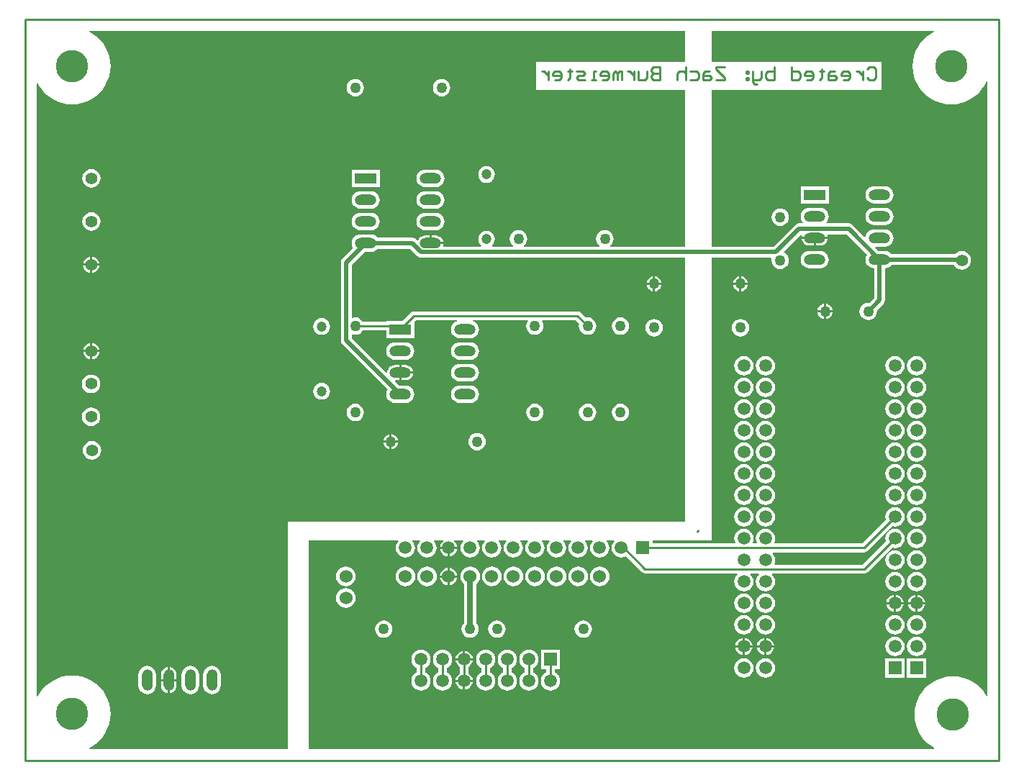
<source format=gbl>
G04*
G04 #@! TF.GenerationSoftware,Altium Limited,Altium Designer,19.1.5 (86)*
G04*
G04 Layer_Physical_Order=2*
G04 Layer_Color=16711680*
%FSLAX43Y43*%
%MOMM*%
G71*
G01*
G75*
%ADD10C,0.254*%
%ADD12C,0.508*%
%ADD26C,0.635*%
%ADD27C,1.270*%
%ADD28C,1.500*%
%ADD29R,1.500X1.500*%
%ADD30C,1.524*%
%ADD31R,1.500X1.500*%
%ADD32C,3.810*%
%ADD33R,2.540X1.270*%
%ADD34O,2.540X1.270*%
%ADD35C,1.200*%
%ADD36C,1.397*%
%ADD37O,1.270X2.540*%
G36*
X77622Y82219D02*
X60084D01*
Y78918D01*
X77622D01*
Y60439D01*
X68843D01*
X68800Y60566D01*
X68898Y60642D01*
X69061Y60854D01*
X69163Y61101D01*
X69198Y61366D01*
X69163Y61632D01*
X69061Y61879D01*
X68898Y62091D01*
X68686Y62254D01*
X68439Y62356D01*
X68174Y62391D01*
X67908Y62356D01*
X67661Y62254D01*
X67449Y62091D01*
X67286Y61879D01*
X67184Y61632D01*
X67149Y61366D01*
X67184Y61101D01*
X67286Y60854D01*
X67449Y60642D01*
X67548Y60566D01*
X67505Y60439D01*
X58683D01*
X58640Y60566D01*
X58738Y60642D01*
X58901Y60854D01*
X59003Y61101D01*
X59038Y61366D01*
X59003Y61632D01*
X58901Y61879D01*
X58738Y62091D01*
X58526Y62254D01*
X58279Y62356D01*
X58014Y62391D01*
X57748Y62356D01*
X57501Y62254D01*
X57289Y62091D01*
X57126Y61879D01*
X57024Y61632D01*
X56989Y61366D01*
X57024Y61101D01*
X57126Y60854D01*
X57289Y60642D01*
X57388Y60566D01*
X57345Y60439D01*
X54932D01*
X54889Y60566D01*
X54954Y60616D01*
X55111Y60821D01*
X55210Y61060D01*
X55244Y61316D01*
X55210Y61572D01*
X55111Y61810D01*
X54954Y62015D01*
X54749Y62173D01*
X54510Y62271D01*
X54254Y62305D01*
X53998Y62271D01*
X53760Y62173D01*
X53555Y62015D01*
X53397Y61810D01*
X53299Y61572D01*
X53265Y61316D01*
X53299Y61060D01*
X53397Y60821D01*
X53555Y60616D01*
X53620Y60566D01*
X53577Y60439D01*
X49188D01*
X49118Y60545D01*
X49152Y60626D01*
X49165Y60731D01*
X47650D01*
Y60858D01*
X47523D01*
Y61755D01*
X47015D01*
X46783Y61725D01*
X46567Y61635D01*
X46381Y61492D01*
X46239Y61307D01*
X46205Y61225D01*
X46080Y61200D01*
X45965Y61316D01*
X45754Y61457D01*
X45507Y61506D01*
X41449D01*
X41390Y61583D01*
X41178Y61746D01*
X40931Y61848D01*
X40665Y61883D01*
X39395D01*
X39130Y61848D01*
X38883Y61746D01*
X38671Y61583D01*
X38508Y61371D01*
X38406Y61124D01*
X38371Y60858D01*
X38406Y60593D01*
X38508Y60346D01*
X38549Y60293D01*
X37287Y59030D01*
X37146Y58820D01*
X37097Y58572D01*
Y49428D01*
X37146Y49181D01*
X37287Y48971D01*
X42613Y43644D01*
X42572Y43591D01*
X42470Y43344D01*
X42435Y43078D01*
X42470Y42813D01*
X42572Y42566D01*
X42735Y42354D01*
X42947Y42191D01*
X43194Y42089D01*
X43459Y42054D01*
X44729D01*
X44995Y42089D01*
X45242Y42191D01*
X45454Y42354D01*
X45617Y42566D01*
X45719Y42813D01*
X45754Y43078D01*
X45719Y43344D01*
X45617Y43591D01*
X45454Y43803D01*
X45242Y43966D01*
X44995Y44068D01*
X44729Y44103D01*
X43985D01*
X43494Y44595D01*
X43546Y44722D01*
X43967D01*
Y45618D01*
Y46515D01*
X43459D01*
X43227Y46485D01*
X43011Y46395D01*
X42825Y46252D01*
X42683Y46067D01*
X42593Y45850D01*
X42573Y45695D01*
X42439Y45650D01*
X38392Y49697D01*
Y50064D01*
X38497Y50135D01*
X38546Y50115D01*
X38811Y50080D01*
X39076Y50115D01*
X39324Y50217D01*
X39536Y50380D01*
X39694Y50587D01*
X42443D01*
Y49682D01*
X45745D01*
Y51617D01*
X45935Y51806D01*
X50784D01*
X50814Y51688D01*
X50567Y51586D01*
X50355Y51423D01*
X50192Y51211D01*
X50090Y50964D01*
X50055Y50698D01*
X50090Y50433D01*
X50192Y50186D01*
X50355Y49974D01*
X50567Y49811D01*
X50814Y49709D01*
X51079Y49674D01*
X52349D01*
X52615Y49709D01*
X52862Y49811D01*
X53074Y49974D01*
X53237Y50186D01*
X53339Y50433D01*
X53374Y50698D01*
X53339Y50964D01*
X53237Y51211D01*
X53074Y51423D01*
X52862Y51586D01*
X52615Y51688D01*
X52645Y51806D01*
X59058D01*
X59114Y51692D01*
X59057Y51617D01*
X58954Y51370D01*
X58919Y51105D01*
X58954Y50840D01*
X59057Y50592D01*
X59219Y50380D01*
X59432Y50217D01*
X59679Y50115D01*
X59944Y50080D01*
X60209Y50115D01*
X60456Y50217D01*
X60669Y50380D01*
X60831Y50592D01*
X60934Y50840D01*
X60969Y51105D01*
X60934Y51370D01*
X60831Y51617D01*
X60774Y51692D01*
X60830Y51806D01*
X64708D01*
X65151Y51363D01*
X65117Y51105D01*
X65152Y50840D01*
X65254Y50592D01*
X65417Y50380D01*
X65629Y50217D01*
X65876Y50115D01*
X66142Y50080D01*
X66407Y50115D01*
X66654Y50217D01*
X66866Y50380D01*
X67029Y50592D01*
X67131Y50840D01*
X67166Y51105D01*
X67131Y51370D01*
X67029Y51617D01*
X66866Y51829D01*
X66654Y51992D01*
X66407Y52095D01*
X66142Y52130D01*
X65883Y52096D01*
X65289Y52690D01*
X65121Y52803D01*
X64922Y52842D01*
X45720D01*
X45720Y52842D01*
X45522Y52803D01*
X45354Y52690D01*
X44378Y51714D01*
X42443D01*
Y51623D01*
X39694D01*
X39536Y51829D01*
X39324Y51992D01*
X39076Y52095D01*
X38811Y52130D01*
X38546Y52095D01*
X38497Y52075D01*
X38392Y52145D01*
Y58304D01*
X39921Y59834D01*
X40665D01*
X40931Y59869D01*
X41178Y59971D01*
X41390Y60134D01*
X41449Y60211D01*
X45239D01*
X46116Y59334D01*
X46326Y59193D01*
X46574Y59144D01*
X77622D01*
Y28042D01*
X30886D01*
Y1321D01*
X7511D01*
X7483Y1444D01*
X7745Y1574D01*
X8237Y1902D01*
X8681Y2292D01*
X9071Y2736D01*
X9399Y3228D01*
X9660Y3758D01*
X9850Y4317D01*
X9965Y4897D01*
X10004Y5486D01*
X9965Y6076D01*
X9850Y6656D01*
X9660Y7215D01*
X9399Y7745D01*
X9071Y8237D01*
X8681Y8681D01*
X8237Y9071D01*
X7745Y9399D01*
X7215Y9660D01*
X6656Y9850D01*
X6076Y9965D01*
X5486Y10004D01*
X4897Y9965D01*
X4317Y9850D01*
X3758Y9660D01*
X3228Y9399D01*
X2736Y9071D01*
X2292Y8681D01*
X1902Y8237D01*
X1574Y7745D01*
X1444Y7483D01*
X1321Y7511D01*
Y79661D01*
X1444Y79690D01*
X1574Y79428D01*
X1902Y78936D01*
X2292Y78492D01*
X2736Y78102D01*
X3228Y77774D01*
X3758Y77513D01*
X4317Y77323D01*
X4897Y77207D01*
X5486Y77169D01*
X6076Y77207D01*
X6656Y77323D01*
X7215Y77513D01*
X7745Y77774D01*
X8237Y78102D01*
X8681Y78492D01*
X9071Y78936D01*
X9399Y79428D01*
X9660Y79958D01*
X9850Y80517D01*
X9965Y81097D01*
X10004Y81686D01*
X9965Y82276D01*
X9850Y82856D01*
X9660Y83415D01*
X9399Y83945D01*
X9071Y84437D01*
X8681Y84881D01*
X8237Y85271D01*
X7745Y85599D01*
X7483Y85728D01*
X7511Y85852D01*
X77622D01*
Y82219D01*
D02*
G37*
G36*
X106890Y85852D02*
X106919Y85728D01*
X106656Y85599D01*
X106165Y85271D01*
X105721Y84881D01*
X105331Y84437D01*
X105003Y83945D01*
X104741Y83415D01*
X104551Y82856D01*
X104436Y82276D01*
X104398Y81686D01*
X104436Y81097D01*
X104551Y80517D01*
X104741Y79958D01*
X105003Y79428D01*
X105331Y78936D01*
X105721Y78492D01*
X106165Y78102D01*
X106656Y77774D01*
X107186Y77513D01*
X107746Y77323D01*
X108326Y77207D01*
X108915Y77169D01*
X109505Y77207D01*
X110084Y77323D01*
X110644Y77513D01*
X111174Y77774D01*
X111665Y78102D01*
X112110Y78492D01*
X112499Y78936D01*
X112828Y79428D01*
X113055Y79889D01*
X113182Y79860D01*
X113182Y7616D01*
X113059Y7587D01*
X113031Y7644D01*
X112703Y8135D01*
X112313Y8579D01*
X111869Y8969D01*
X111377Y9297D01*
X110847Y9559D01*
X110288Y9749D01*
X109708Y9864D01*
X109118Y9902D01*
X108529Y9864D01*
X107949Y9749D01*
X107390Y9559D01*
X106860Y9297D01*
X106368Y8969D01*
X105924Y8579D01*
X105534Y8135D01*
X105206Y7644D01*
X104945Y7114D01*
X104755Y6554D01*
X104639Y5974D01*
X104601Y5385D01*
X104639Y4795D01*
X104755Y4216D01*
X104945Y3656D01*
X105206Y3126D01*
X105534Y2635D01*
X105924Y2190D01*
X106368Y1801D01*
X106860Y1472D01*
X106916Y1444D01*
X106887Y1321D01*
X33325Y1321D01*
X33325Y2642D01*
Y25908D01*
X43849D01*
X43883Y25781D01*
X43716Y25564D01*
X43602Y25289D01*
X43563Y24994D01*
X43602Y24698D01*
X43716Y24423D01*
X43897Y24187D01*
X44134Y24006D01*
X44409Y23892D01*
X44704Y23853D01*
X44999Y23892D01*
X45274Y24006D01*
X45511Y24187D01*
X45692Y24423D01*
X45806Y24698D01*
X45845Y24994D01*
X45806Y25289D01*
X45692Y25564D01*
X45525Y25781D01*
X45559Y25908D01*
X46389D01*
X46423Y25781D01*
X46256Y25564D01*
X46142Y25289D01*
X46103Y24994D01*
X46142Y24698D01*
X46256Y24423D01*
X46437Y24187D01*
X46674Y24006D01*
X46949Y23892D01*
X47244Y23853D01*
X47539Y23892D01*
X47814Y24006D01*
X48051Y24187D01*
X48232Y24423D01*
X48346Y24698D01*
X48385Y24994D01*
X48346Y25289D01*
X48232Y25564D01*
X48065Y25781D01*
X48099Y25908D01*
X49118D01*
X49161Y25781D01*
X49068Y25710D01*
X48907Y25500D01*
X48806Y25256D01*
X48788Y25121D01*
X49784D01*
X50780D01*
X50762Y25256D01*
X50661Y25500D01*
X50500Y25710D01*
X50407Y25781D01*
X50450Y25908D01*
X51469D01*
X51503Y25781D01*
X51336Y25564D01*
X51222Y25289D01*
X51183Y24994D01*
X51222Y24698D01*
X51336Y24423D01*
X51517Y24187D01*
X51754Y24006D01*
X52029Y23892D01*
X52324Y23853D01*
X52619Y23892D01*
X52894Y24006D01*
X53131Y24187D01*
X53312Y24423D01*
X53426Y24698D01*
X53465Y24994D01*
X53426Y25289D01*
X53312Y25564D01*
X53145Y25781D01*
X53179Y25908D01*
X54009D01*
X54043Y25781D01*
X53876Y25564D01*
X53762Y25289D01*
X53723Y24994D01*
X53762Y24698D01*
X53876Y24423D01*
X54057Y24187D01*
X54294Y24006D01*
X54569Y23892D01*
X54864Y23853D01*
X55159Y23892D01*
X55434Y24006D01*
X55671Y24187D01*
X55852Y24423D01*
X55966Y24698D01*
X56005Y24994D01*
X55966Y25289D01*
X55852Y25564D01*
X55685Y25781D01*
X55719Y25908D01*
X56549D01*
X56583Y25781D01*
X56416Y25564D01*
X56302Y25289D01*
X56263Y24994D01*
X56302Y24698D01*
X56416Y24423D01*
X56597Y24187D01*
X56834Y24006D01*
X57109Y23892D01*
X57404Y23853D01*
X57699Y23892D01*
X57974Y24006D01*
X58211Y24187D01*
X58392Y24423D01*
X58506Y24698D01*
X58545Y24994D01*
X58506Y25289D01*
X58392Y25564D01*
X58225Y25781D01*
X58259Y25908D01*
X59089D01*
X59123Y25781D01*
X58956Y25564D01*
X58842Y25289D01*
X58803Y24994D01*
X58842Y24698D01*
X58956Y24423D01*
X59137Y24187D01*
X59374Y24006D01*
X59649Y23892D01*
X59944Y23853D01*
X60239Y23892D01*
X60514Y24006D01*
X60751Y24187D01*
X60932Y24423D01*
X61046Y24698D01*
X61085Y24994D01*
X61046Y25289D01*
X60932Y25564D01*
X60765Y25781D01*
X60799Y25908D01*
X61629D01*
X61663Y25781D01*
X61496Y25564D01*
X61382Y25289D01*
X61343Y24994D01*
X61382Y24698D01*
X61496Y24423D01*
X61677Y24187D01*
X61914Y24006D01*
X62189Y23892D01*
X62484Y23853D01*
X62779Y23892D01*
X63054Y24006D01*
X63291Y24187D01*
X63472Y24423D01*
X63586Y24698D01*
X63625Y24994D01*
X63586Y25289D01*
X63472Y25564D01*
X63305Y25781D01*
X63339Y25908D01*
X64169D01*
X64203Y25781D01*
X64036Y25564D01*
X63922Y25289D01*
X63883Y24994D01*
X63922Y24698D01*
X64036Y24423D01*
X64217Y24187D01*
X64454Y24006D01*
X64729Y23892D01*
X65024Y23853D01*
X65319Y23892D01*
X65594Y24006D01*
X65831Y24187D01*
X66012Y24423D01*
X66126Y24698D01*
X66165Y24994D01*
X66126Y25289D01*
X66012Y25564D01*
X65845Y25781D01*
X65879Y25908D01*
X66709D01*
X66743Y25781D01*
X66576Y25564D01*
X66462Y25289D01*
X66423Y24994D01*
X66462Y24698D01*
X66576Y24423D01*
X66757Y24187D01*
X66994Y24006D01*
X67269Y23892D01*
X67564Y23853D01*
X67859Y23892D01*
X68134Y24006D01*
X68371Y24187D01*
X68552Y24423D01*
X68666Y24698D01*
X68705Y24994D01*
X68666Y25289D01*
X68552Y25564D01*
X68385Y25781D01*
X68419Y25908D01*
X69249D01*
X69283Y25781D01*
X69116Y25564D01*
X69002Y25289D01*
X68963Y24994D01*
X69002Y24698D01*
X69116Y24423D01*
X69297Y24187D01*
X69534Y24006D01*
X69809Y23892D01*
X70104Y23853D01*
X70399Y23892D01*
X70667Y24003D01*
X72520Y22150D01*
X72520Y22150D01*
X72688Y22038D01*
X72886Y21998D01*
X72886Y21998D01*
X83736D01*
X83777Y21878D01*
X83725Y21838D01*
X83543Y21602D01*
X83429Y21326D01*
X83390Y21031D01*
X83429Y20736D01*
X83543Y20461D01*
X83725Y20225D01*
X83961Y20043D01*
X84236Y19929D01*
X84531Y19890D01*
X84826Y19929D01*
X85102Y20043D01*
X85338Y20225D01*
X85519Y20461D01*
X85633Y20736D01*
X85672Y21031D01*
X85633Y21326D01*
X85519Y21602D01*
X85338Y21838D01*
X85285Y21878D01*
X85326Y21998D01*
X86276D01*
X86317Y21878D01*
X86265Y21838D01*
X86083Y21602D01*
X85969Y21326D01*
X85930Y21031D01*
X85969Y20736D01*
X86083Y20461D01*
X86265Y20225D01*
X86501Y20043D01*
X86776Y19929D01*
X87071Y19890D01*
X87366Y19929D01*
X87642Y20043D01*
X87878Y20225D01*
X88059Y20461D01*
X88173Y20736D01*
X88212Y21031D01*
X88173Y21326D01*
X88059Y21602D01*
X87878Y21838D01*
X87825Y21878D01*
X87866Y21998D01*
X98716D01*
X98915Y22038D01*
X99083Y22150D01*
X101964Y25031D01*
X102016Y25009D01*
X102311Y24970D01*
X102606Y25009D01*
X102882Y25123D01*
X103118Y25305D01*
X103299Y25541D01*
X103413Y25816D01*
X103452Y26111D01*
X103413Y26406D01*
X103299Y26682D01*
X103118Y26918D01*
X102882Y27099D01*
X102606Y27213D01*
X102311Y27252D01*
X102016Y27213D01*
X101741Y27099D01*
X101505Y26918D01*
X101323Y26682D01*
X101209Y26406D01*
X101170Y26111D01*
X101209Y25816D01*
X101231Y25764D01*
X98502Y23034D01*
X88187D01*
X88117Y23140D01*
X88173Y23276D01*
X88212Y23571D01*
X88173Y23866D01*
X88059Y24142D01*
X87900Y24349D01*
X87943Y24476D01*
X98654D01*
X98852Y24515D01*
X99020Y24627D01*
X101964Y27571D01*
X102016Y27549D01*
X102311Y27510D01*
X102606Y27549D01*
X102882Y27663D01*
X103118Y27845D01*
X103299Y28081D01*
X103413Y28356D01*
X103452Y28651D01*
X103413Y28946D01*
X103299Y29222D01*
X103118Y29458D01*
X102882Y29639D01*
X102606Y29753D01*
X102311Y29792D01*
X102016Y29753D01*
X101741Y29639D01*
X101505Y29458D01*
X101323Y29222D01*
X101209Y28946D01*
X101170Y28651D01*
X101209Y28356D01*
X101231Y28304D01*
X98439Y25512D01*
X88184D01*
X88100Y25639D01*
X88173Y25816D01*
X88212Y26111D01*
X88173Y26406D01*
X88059Y26682D01*
X87878Y26918D01*
X87642Y27099D01*
X87366Y27213D01*
X87071Y27252D01*
X86776Y27213D01*
X86501Y27099D01*
X86265Y26918D01*
X86083Y26682D01*
X85969Y26406D01*
X85930Y26111D01*
X85969Y25816D01*
X86043Y25639D01*
X85958Y25512D01*
X85644D01*
X85560Y25639D01*
X85633Y25816D01*
X85672Y26111D01*
X85633Y26406D01*
X85519Y26682D01*
X85338Y26918D01*
X85102Y27099D01*
X84826Y27213D01*
X84531Y27252D01*
X84236Y27213D01*
X83961Y27099D01*
X83725Y26918D01*
X83543Y26682D01*
X83429Y26406D01*
X83390Y26111D01*
X83429Y25816D01*
X83503Y25639D01*
X83418Y25512D01*
X73775D01*
Y25908D01*
X80772D01*
X80772Y59144D01*
X87703D01*
X87799Y59017D01*
X87774Y58826D01*
X87809Y58561D01*
X87911Y58314D01*
X88074Y58102D01*
X88286Y57939D01*
X88533Y57837D01*
X88798Y57802D01*
X89064Y57837D01*
X89311Y57939D01*
X89523Y58102D01*
X89686Y58314D01*
X89788Y58561D01*
X89823Y58826D01*
X89788Y59092D01*
X89686Y59339D01*
X89523Y59551D01*
X89311Y59714D01*
X89262Y59734D01*
X89237Y59859D01*
X91215Y61836D01*
X91278Y61831D01*
X91361Y61700D01*
X91347Y61595D01*
X94377D01*
X94364Y61700D01*
X94330Y61782D01*
X94400Y61887D01*
X96607D01*
X99001Y59494D01*
X98960Y59440D01*
X98858Y59193D01*
X98823Y58928D01*
X98858Y58663D01*
X98960Y58416D01*
X99123Y58203D01*
X99335Y58041D01*
X99582Y57938D01*
X99835Y57905D01*
Y54421D01*
X99258Y53844D01*
X99162Y53857D01*
X98896Y53822D01*
X98649Y53719D01*
X98437Y53557D01*
X98274Y53344D01*
X98172Y53097D01*
X98137Y52832D01*
X98172Y52567D01*
X98274Y52320D01*
X98437Y52107D01*
X98649Y51945D01*
X98896Y51842D01*
X99162Y51807D01*
X99427Y51842D01*
X99674Y51945D01*
X99886Y52107D01*
X100049Y52320D01*
X100151Y52567D01*
X100186Y52832D01*
X100174Y52928D01*
X100940Y53695D01*
X101081Y53905D01*
X101130Y54153D01*
Y57905D01*
X101383Y57938D01*
X101630Y58041D01*
X101842Y58203D01*
X101901Y58281D01*
X109231D01*
X109396Y58064D01*
X109622Y57891D01*
X109885Y57783D01*
X110166Y57746D01*
X110448Y57783D01*
X110711Y57891D01*
X110936Y58064D01*
X111109Y58290D01*
X111218Y58553D01*
X111255Y58834D01*
X111218Y59116D01*
X111109Y59379D01*
X110936Y59604D01*
X110711Y59777D01*
X110448Y59886D01*
X110166Y59923D01*
X109885Y59886D01*
X109622Y59777D01*
X109396Y59604D01*
X109374Y59575D01*
X101901D01*
X101842Y59653D01*
X101630Y59815D01*
X101383Y59918D01*
X101117Y59953D01*
X100373D01*
X100000Y60326D01*
X100049Y60443D01*
X101117D01*
X101383Y60478D01*
X101630Y60581D01*
X101842Y60743D01*
X102005Y60956D01*
X102107Y61203D01*
X102142Y61468D01*
X102107Y61733D01*
X102005Y61980D01*
X101842Y62193D01*
X101630Y62355D01*
X101383Y62458D01*
X101117Y62493D01*
X99847D01*
X99582Y62458D01*
X99335Y62355D01*
X99123Y62193D01*
X98960Y61980D01*
X98858Y61733D01*
X98845Y61642D01*
X98725Y61601D01*
X97333Y62993D01*
X97123Y63133D01*
X96876Y63182D01*
X94282D01*
X94242Y63309D01*
X94385Y63496D01*
X94487Y63743D01*
X94522Y64008D01*
X94487Y64273D01*
X94385Y64520D01*
X94222Y64733D01*
X94010Y64895D01*
X93763Y64998D01*
X93497Y65033D01*
X92227D01*
X91962Y64998D01*
X91715Y64895D01*
X91503Y64733D01*
X91340Y64520D01*
X91238Y64273D01*
X91203Y64008D01*
X91238Y63743D01*
X91340Y63496D01*
X91483Y63309D01*
X91443Y63182D01*
X90998D01*
X90750Y63133D01*
X90540Y62993D01*
X87987Y60439D01*
X80772D01*
X80772Y78918D01*
X100711D01*
Y82219D01*
X80772D01*
Y85852D01*
X106890Y85852D01*
D02*
G37*
%LPC*%
G36*
X48971Y80171D02*
X48706Y80136D01*
X48459Y80034D01*
X48247Y79871D01*
X48084Y79659D01*
X47981Y79412D01*
X47946Y79146D01*
X47981Y78881D01*
X48084Y78634D01*
X48247Y78422D01*
X48459Y78259D01*
X48706Y78157D01*
X48971Y78122D01*
X49236Y78157D01*
X49484Y78259D01*
X49696Y78422D01*
X49859Y78634D01*
X49961Y78881D01*
X49996Y79146D01*
X49961Y79412D01*
X49859Y79659D01*
X49696Y79871D01*
X49484Y80034D01*
X49236Y80136D01*
X48971Y80171D01*
D02*
G37*
G36*
X38811D02*
X38546Y80136D01*
X38299Y80034D01*
X38087Y79871D01*
X37924Y79659D01*
X37821Y79412D01*
X37786Y79146D01*
X37821Y78881D01*
X37924Y78634D01*
X38087Y78422D01*
X38299Y78259D01*
X38546Y78157D01*
X38811Y78122D01*
X39076Y78157D01*
X39324Y78259D01*
X39536Y78422D01*
X39699Y78634D01*
X39801Y78881D01*
X39836Y79146D01*
X39801Y79412D01*
X39699Y79659D01*
X39536Y79871D01*
X39324Y80034D01*
X39076Y80136D01*
X38811Y80171D01*
D02*
G37*
G36*
X54254Y69925D02*
X53998Y69891D01*
X53760Y69793D01*
X53555Y69635D01*
X53397Y69430D01*
X53299Y69192D01*
X53265Y68936D01*
X53299Y68680D01*
X53397Y68441D01*
X53555Y68236D01*
X53760Y68079D01*
X53998Y67980D01*
X54254Y67946D01*
X54510Y67980D01*
X54749Y68079D01*
X54954Y68236D01*
X55111Y68441D01*
X55210Y68680D01*
X55244Y68936D01*
X55210Y69192D01*
X55111Y69430D01*
X54954Y69635D01*
X54749Y69793D01*
X54510Y69891D01*
X54254Y69925D01*
D02*
G37*
G36*
X41681Y69494D02*
X38379D01*
Y67462D01*
X41681D01*
Y69494D01*
D02*
G37*
G36*
X48285Y69503D02*
X47015D01*
X46750Y69468D01*
X46503Y69366D01*
X46291Y69203D01*
X46128Y68991D01*
X46026Y68744D01*
X45991Y68478D01*
X46026Y68213D01*
X46128Y67966D01*
X46291Y67754D01*
X46503Y67591D01*
X46750Y67489D01*
X47015Y67454D01*
X48285D01*
X48551Y67489D01*
X48798Y67591D01*
X49010Y67754D01*
X49173Y67966D01*
X49275Y68213D01*
X49310Y68478D01*
X49275Y68744D01*
X49173Y68991D01*
X49010Y69203D01*
X48798Y69366D01*
X48551Y69468D01*
X48285Y69503D01*
D02*
G37*
G36*
X7754Y69575D02*
X7472Y69538D01*
X7209Y69429D01*
X6984Y69256D01*
X6811Y69031D01*
X6702Y68768D01*
X6665Y68486D01*
X6702Y68205D01*
X6811Y67942D01*
X6984Y67716D01*
X7209Y67543D01*
X7472Y67435D01*
X7754Y67398D01*
X8035Y67435D01*
X8298Y67543D01*
X8524Y67716D01*
X8697Y67942D01*
X8805Y68205D01*
X8842Y68486D01*
X8805Y68768D01*
X8697Y69031D01*
X8524Y69256D01*
X8298Y69429D01*
X8035Y69538D01*
X7754Y69575D01*
D02*
G37*
G36*
X48285Y66963D02*
X47015D01*
X46750Y66928D01*
X46503Y66826D01*
X46291Y66663D01*
X46128Y66451D01*
X46026Y66204D01*
X45991Y65938D01*
X46026Y65673D01*
X46128Y65426D01*
X46291Y65214D01*
X46503Y65051D01*
X46750Y64949D01*
X47015Y64914D01*
X48285D01*
X48551Y64949D01*
X48798Y65051D01*
X49010Y65214D01*
X49173Y65426D01*
X49275Y65673D01*
X49310Y65938D01*
X49275Y66204D01*
X49173Y66451D01*
X49010Y66663D01*
X48798Y66826D01*
X48551Y66928D01*
X48285Y66963D01*
D02*
G37*
G36*
X40665D02*
X39395D01*
X39130Y66928D01*
X38883Y66826D01*
X38671Y66663D01*
X38508Y66451D01*
X38406Y66204D01*
X38371Y65938D01*
X38406Y65673D01*
X38508Y65426D01*
X38671Y65214D01*
X38883Y65051D01*
X39130Y64949D01*
X39395Y64914D01*
X40665D01*
X40931Y64949D01*
X41178Y65051D01*
X41390Y65214D01*
X41553Y65426D01*
X41655Y65673D01*
X41690Y65938D01*
X41655Y66204D01*
X41553Y66451D01*
X41390Y66663D01*
X41178Y66826D01*
X40931Y66928D01*
X40665Y66963D01*
D02*
G37*
G36*
X48285Y64423D02*
X47015D01*
X46750Y64388D01*
X46503Y64286D01*
X46291Y64123D01*
X46128Y63911D01*
X46026Y63664D01*
X45991Y63398D01*
X46026Y63133D01*
X46128Y62886D01*
X46291Y62674D01*
X46503Y62511D01*
X46750Y62409D01*
X47015Y62374D01*
X48285D01*
X48551Y62409D01*
X48798Y62511D01*
X49010Y62674D01*
X49173Y62886D01*
X49275Y63133D01*
X49310Y63398D01*
X49275Y63664D01*
X49173Y63911D01*
X49010Y64123D01*
X48798Y64286D01*
X48551Y64388D01*
X48285Y64423D01*
D02*
G37*
G36*
X40665D02*
X39395D01*
X39130Y64388D01*
X38883Y64286D01*
X38671Y64123D01*
X38508Y63911D01*
X38406Y63664D01*
X38371Y63398D01*
X38406Y63133D01*
X38508Y62886D01*
X38671Y62674D01*
X38883Y62511D01*
X39130Y62409D01*
X39395Y62374D01*
X40665D01*
X40931Y62409D01*
X41178Y62511D01*
X41390Y62674D01*
X41553Y62886D01*
X41655Y63133D01*
X41690Y63398D01*
X41655Y63664D01*
X41553Y63911D01*
X41390Y64123D01*
X41178Y64286D01*
X40931Y64388D01*
X40665Y64423D01*
D02*
G37*
G36*
X7754Y64495D02*
X7472Y64458D01*
X7209Y64349D01*
X6984Y64176D01*
X6811Y63951D01*
X6702Y63688D01*
X6665Y63406D01*
X6702Y63125D01*
X6811Y62862D01*
X6984Y62636D01*
X7209Y62463D01*
X7472Y62355D01*
X7754Y62318D01*
X8035Y62355D01*
X8298Y62463D01*
X8524Y62636D01*
X8697Y62862D01*
X8805Y63125D01*
X8842Y63406D01*
X8805Y63688D01*
X8697Y63951D01*
X8524Y64176D01*
X8298Y64349D01*
X8035Y64458D01*
X7754Y64495D01*
D02*
G37*
G36*
X48285Y61755D02*
X47777D01*
Y60985D01*
X49165D01*
X49152Y61090D01*
X49062Y61307D01*
X48919Y61492D01*
X48734Y61635D01*
X48517Y61725D01*
X48285Y61755D01*
D02*
G37*
G36*
X7849Y59262D02*
Y58445D01*
X8666D01*
X8650Y58567D01*
X8554Y58799D01*
X8401Y58998D01*
X8202Y59150D01*
X7970Y59246D01*
X7849Y59262D01*
D02*
G37*
G36*
X7595Y59262D02*
X7473Y59246D01*
X7241Y59150D01*
X7042Y58998D01*
X6890Y58799D01*
X6794Y58567D01*
X6778Y58445D01*
X7595D01*
Y59262D01*
D02*
G37*
G36*
Y58191D02*
X6778D01*
X6794Y58070D01*
X6890Y57838D01*
X7042Y57639D01*
X7241Y57486D01*
X7473Y57390D01*
X7595Y57374D01*
Y58191D01*
D02*
G37*
G36*
X8666D02*
X7849D01*
Y57374D01*
X7970Y57390D01*
X8202Y57486D01*
X8401Y57639D01*
X8554Y57838D01*
X8650Y58070D01*
X8666Y58191D01*
D02*
G37*
G36*
X74092Y56963D02*
Y56210D01*
X74845D01*
X74831Y56315D01*
X74741Y56532D01*
X74599Y56717D01*
X74413Y56860D01*
X74197Y56949D01*
X74092Y56963D01*
D02*
G37*
G36*
X73838D02*
X73733Y56949D01*
X73516Y56860D01*
X73331Y56717D01*
X73188Y56532D01*
X73099Y56315D01*
X73085Y56210D01*
X73838D01*
Y56963D01*
D02*
G37*
G36*
X74845Y55956D02*
X74092D01*
Y55203D01*
X74197Y55217D01*
X74413Y55307D01*
X74599Y55449D01*
X74741Y55635D01*
X74831Y55851D01*
X74845Y55956D01*
D02*
G37*
G36*
X73838D02*
X73085D01*
X73099Y55851D01*
X73188Y55635D01*
X73331Y55449D01*
X73516Y55307D01*
X73733Y55217D01*
X73838Y55203D01*
Y55956D01*
D02*
G37*
G36*
X70002Y52130D02*
X69737Y52095D01*
X69490Y51992D01*
X69278Y51829D01*
X69115Y51617D01*
X69013Y51370D01*
X68978Y51105D01*
X69013Y50840D01*
X69115Y50592D01*
X69278Y50380D01*
X69490Y50217D01*
X69737Y50115D01*
X70002Y50080D01*
X70268Y50115D01*
X70515Y50217D01*
X70727Y50380D01*
X70890Y50592D01*
X70992Y50840D01*
X71027Y51105D01*
X70992Y51370D01*
X70890Y51617D01*
X70727Y51829D01*
X70515Y51992D01*
X70268Y52095D01*
X70002Y52130D01*
D02*
G37*
G36*
X34849Y52043D02*
X34593Y52010D01*
X34354Y51911D01*
X34149Y51754D01*
X33992Y51549D01*
X33893Y51310D01*
X33859Y51054D01*
X33893Y50798D01*
X33992Y50559D01*
X34149Y50354D01*
X34354Y50197D01*
X34593Y50098D01*
X34849Y50065D01*
X35105Y50098D01*
X35344Y50197D01*
X35548Y50354D01*
X35706Y50559D01*
X35805Y50798D01*
X35838Y51054D01*
X35805Y51310D01*
X35706Y51549D01*
X35548Y51754D01*
X35344Y51911D01*
X35105Y52010D01*
X34849Y52043D01*
D02*
G37*
G36*
X73965Y51926D02*
X73700Y51891D01*
X73452Y51789D01*
X73240Y51626D01*
X73077Y51414D01*
X72975Y51167D01*
X72940Y50902D01*
X72975Y50636D01*
X73077Y50389D01*
X73240Y50177D01*
X73452Y50014D01*
X73700Y49912D01*
X73965Y49877D01*
X74230Y49912D01*
X74477Y50014D01*
X74689Y50177D01*
X74852Y50389D01*
X74955Y50636D01*
X74990Y50902D01*
X74955Y51167D01*
X74852Y51414D01*
X74689Y51626D01*
X74477Y51789D01*
X74230Y51891D01*
X73965Y51926D01*
D02*
G37*
G36*
X7881Y49110D02*
Y48293D01*
X8698D01*
X8682Y48415D01*
X8586Y48647D01*
X8433Y48846D01*
X8234Y48998D01*
X8002Y49094D01*
X7881Y49110D01*
D02*
G37*
G36*
X7627Y49110D02*
X7505Y49094D01*
X7273Y48998D01*
X7074Y48846D01*
X6922Y48647D01*
X6826Y48415D01*
X6810Y48293D01*
X7627D01*
Y49110D01*
D02*
G37*
G36*
X8698Y48039D02*
X7881D01*
Y47222D01*
X8002Y47238D01*
X8234Y47334D01*
X8433Y47487D01*
X8586Y47686D01*
X8682Y47918D01*
X8698Y48039D01*
D02*
G37*
G36*
X7627D02*
X6810D01*
X6826Y47918D01*
X6922Y47686D01*
X7074Y47487D01*
X7273Y47334D01*
X7505Y47238D01*
X7627Y47222D01*
Y48039D01*
D02*
G37*
G36*
X52349Y49183D02*
X51079D01*
X50814Y49148D01*
X50567Y49046D01*
X50355Y48883D01*
X50192Y48671D01*
X50090Y48424D01*
X50055Y48158D01*
X50090Y47893D01*
X50192Y47646D01*
X50355Y47434D01*
X50567Y47271D01*
X50814Y47169D01*
X51079Y47134D01*
X52349D01*
X52615Y47169D01*
X52862Y47271D01*
X53074Y47434D01*
X53237Y47646D01*
X53339Y47893D01*
X53374Y48158D01*
X53339Y48424D01*
X53237Y48671D01*
X53074Y48883D01*
X52862Y49046D01*
X52615Y49148D01*
X52349Y49183D01*
D02*
G37*
G36*
X44729D02*
X43459D01*
X43194Y49148D01*
X42947Y49046D01*
X42735Y48883D01*
X42572Y48671D01*
X42470Y48424D01*
X42435Y48158D01*
X42470Y47893D01*
X42572Y47646D01*
X42735Y47434D01*
X42947Y47271D01*
X43194Y47169D01*
X43459Y47134D01*
X44729D01*
X44995Y47169D01*
X45242Y47271D01*
X45454Y47434D01*
X45617Y47646D01*
X45719Y47893D01*
X45754Y48158D01*
X45719Y48424D01*
X45617Y48671D01*
X45454Y48883D01*
X45242Y49046D01*
X44995Y49148D01*
X44729Y49183D01*
D02*
G37*
G36*
Y46515D02*
X44221D01*
Y45745D01*
X45609D01*
X45596Y45850D01*
X45506Y46067D01*
X45363Y46252D01*
X45178Y46395D01*
X44961Y46485D01*
X44729Y46515D01*
D02*
G37*
G36*
X45609Y45491D02*
X44221D01*
Y44722D01*
X44729D01*
X44961Y44752D01*
X45178Y44842D01*
X45363Y44984D01*
X45506Y45170D01*
X45596Y45386D01*
X45609Y45491D01*
D02*
G37*
G36*
X52349Y46643D02*
X51079D01*
X50814Y46608D01*
X50567Y46506D01*
X50355Y46343D01*
X50192Y46131D01*
X50090Y45884D01*
X50055Y45618D01*
X50090Y45353D01*
X50192Y45106D01*
X50355Y44894D01*
X50567Y44731D01*
X50814Y44629D01*
X51079Y44594D01*
X52349D01*
X52615Y44629D01*
X52862Y44731D01*
X53074Y44894D01*
X53237Y45106D01*
X53339Y45353D01*
X53374Y45618D01*
X53339Y45884D01*
X53237Y46131D01*
X53074Y46343D01*
X52862Y46506D01*
X52615Y46608D01*
X52349Y46643D01*
D02*
G37*
G36*
X7722Y45386D02*
X7440Y45349D01*
X7177Y45241D01*
X6952Y45068D01*
X6779Y44842D01*
X6670Y44579D01*
X6633Y44298D01*
X6670Y44016D01*
X6779Y43753D01*
X6952Y43528D01*
X7177Y43355D01*
X7440Y43246D01*
X7722Y43209D01*
X8003Y43246D01*
X8266Y43355D01*
X8492Y43528D01*
X8665Y43753D01*
X8773Y44016D01*
X8810Y44298D01*
X8773Y44579D01*
X8665Y44842D01*
X8492Y45068D01*
X8266Y45241D01*
X8003Y45349D01*
X7722Y45386D01*
D02*
G37*
G36*
X34849Y44423D02*
X34593Y44390D01*
X34354Y44291D01*
X34149Y44134D01*
X33992Y43929D01*
X33893Y43690D01*
X33859Y43434D01*
X33893Y43178D01*
X33992Y42939D01*
X34149Y42734D01*
X34354Y42577D01*
X34593Y42478D01*
X34849Y42445D01*
X35105Y42478D01*
X35344Y42577D01*
X35548Y42734D01*
X35706Y42939D01*
X35805Y43178D01*
X35838Y43434D01*
X35805Y43690D01*
X35706Y43929D01*
X35548Y44134D01*
X35344Y44291D01*
X35105Y44390D01*
X34849Y44423D01*
D02*
G37*
G36*
X52349Y44103D02*
X51079D01*
X50814Y44068D01*
X50567Y43966D01*
X50355Y43803D01*
X50192Y43591D01*
X50090Y43344D01*
X50055Y43078D01*
X50090Y42813D01*
X50192Y42566D01*
X50355Y42354D01*
X50567Y42191D01*
X50814Y42089D01*
X51079Y42054D01*
X52349D01*
X52615Y42089D01*
X52862Y42191D01*
X53074Y42354D01*
X53237Y42566D01*
X53339Y42813D01*
X53374Y43078D01*
X53339Y43344D01*
X53237Y43591D01*
X53074Y43803D01*
X52862Y43966D01*
X52615Y44068D01*
X52349Y44103D01*
D02*
G37*
G36*
X70002Y41970D02*
X69737Y41935D01*
X69490Y41832D01*
X69278Y41669D01*
X69115Y41457D01*
X69013Y41210D01*
X68978Y40945D01*
X69013Y40680D01*
X69115Y40432D01*
X69278Y40220D01*
X69490Y40057D01*
X69737Y39955D01*
X70002Y39920D01*
X70268Y39955D01*
X70515Y40057D01*
X70727Y40220D01*
X70890Y40432D01*
X70992Y40680D01*
X71027Y40945D01*
X70992Y41210D01*
X70890Y41457D01*
X70727Y41669D01*
X70515Y41832D01*
X70268Y41935D01*
X70002Y41970D01*
D02*
G37*
G36*
X66142D02*
X65876Y41935D01*
X65629Y41832D01*
X65417Y41669D01*
X65254Y41457D01*
X65152Y41210D01*
X65117Y40945D01*
X65152Y40680D01*
X65254Y40432D01*
X65417Y40220D01*
X65629Y40057D01*
X65876Y39955D01*
X66142Y39920D01*
X66407Y39955D01*
X66654Y40057D01*
X66866Y40220D01*
X67029Y40432D01*
X67131Y40680D01*
X67166Y40945D01*
X67131Y41210D01*
X67029Y41457D01*
X66866Y41669D01*
X66654Y41832D01*
X66407Y41935D01*
X66142Y41970D01*
D02*
G37*
G36*
X59944D02*
X59679Y41935D01*
X59432Y41832D01*
X59219Y41669D01*
X59057Y41457D01*
X58954Y41210D01*
X58919Y40945D01*
X58954Y40680D01*
X59057Y40432D01*
X59219Y40220D01*
X59432Y40057D01*
X59679Y39955D01*
X59944Y39920D01*
X60209Y39955D01*
X60456Y40057D01*
X60669Y40220D01*
X60831Y40432D01*
X60934Y40680D01*
X60969Y40945D01*
X60934Y41210D01*
X60831Y41457D01*
X60669Y41669D01*
X60456Y41832D01*
X60209Y41935D01*
X59944Y41970D01*
D02*
G37*
G36*
X38811D02*
X38546Y41935D01*
X38299Y41832D01*
X38087Y41669D01*
X37924Y41457D01*
X37821Y41210D01*
X37786Y40945D01*
X37821Y40680D01*
X37924Y40432D01*
X38087Y40220D01*
X38299Y40057D01*
X38546Y39955D01*
X38811Y39920D01*
X39076Y39955D01*
X39324Y40057D01*
X39536Y40220D01*
X39699Y40432D01*
X39801Y40680D01*
X39836Y40945D01*
X39801Y41210D01*
X39699Y41457D01*
X39536Y41669D01*
X39324Y41832D01*
X39076Y41935D01*
X38811Y41970D01*
D02*
G37*
G36*
X7722Y41526D02*
X7440Y41489D01*
X7177Y41380D01*
X6952Y41207D01*
X6779Y40981D01*
X6670Y40719D01*
X6633Y40437D01*
X6670Y40155D01*
X6779Y39892D01*
X6952Y39667D01*
X7177Y39494D01*
X7440Y39385D01*
X7722Y39348D01*
X8003Y39385D01*
X8266Y39494D01*
X8492Y39667D01*
X8665Y39892D01*
X8773Y40155D01*
X8810Y40437D01*
X8773Y40719D01*
X8665Y40981D01*
X8492Y41207D01*
X8266Y41380D01*
X8003Y41489D01*
X7722Y41526D01*
D02*
G37*
G36*
X43104Y38370D02*
Y37617D01*
X43857D01*
X43843Y37722D01*
X43753Y37939D01*
X43611Y38124D01*
X43425Y38267D01*
X43209Y38357D01*
X43104Y38370D01*
D02*
G37*
G36*
X42850Y38370D02*
X42745Y38357D01*
X42528Y38267D01*
X42343Y38124D01*
X42200Y37939D01*
X42111Y37722D01*
X42097Y37617D01*
X42850D01*
Y38370D01*
D02*
G37*
G36*
Y37363D02*
X42097D01*
X42111Y37258D01*
X42200Y37042D01*
X42343Y36856D01*
X42528Y36714D01*
X42745Y36624D01*
X42850Y36610D01*
Y37363D01*
D02*
G37*
G36*
X43857D02*
X43104D01*
Y36610D01*
X43209Y36624D01*
X43425Y36714D01*
X43611Y36856D01*
X43753Y37042D01*
X43843Y37258D01*
X43857Y37363D01*
D02*
G37*
G36*
X53137Y38515D02*
X52872Y38480D01*
X52624Y38378D01*
X52412Y38215D01*
X52249Y38003D01*
X52147Y37756D01*
X52112Y37490D01*
X52147Y37225D01*
X52249Y36978D01*
X52412Y36766D01*
X52624Y36603D01*
X52872Y36501D01*
X53137Y36466D01*
X53402Y36501D01*
X53649Y36603D01*
X53861Y36766D01*
X54024Y36978D01*
X54127Y37225D01*
X54162Y37490D01*
X54127Y37756D01*
X54024Y38003D01*
X53861Y38215D01*
X53649Y38378D01*
X53402Y38480D01*
X53137Y38515D01*
D02*
G37*
G36*
X7823Y37563D02*
X7541Y37526D01*
X7279Y37417D01*
X7053Y37244D01*
X6880Y37019D01*
X6771Y36756D01*
X6734Y36474D01*
X6771Y36193D01*
X6880Y35930D01*
X7053Y35704D01*
X7279Y35531D01*
X7541Y35423D01*
X7823Y35386D01*
X8105Y35423D01*
X8368Y35531D01*
X8593Y35704D01*
X8766Y35930D01*
X8875Y36193D01*
X8912Y36474D01*
X8875Y36756D01*
X8766Y37019D01*
X8593Y37244D01*
X8368Y37417D01*
X8105Y37526D01*
X7823Y37563D01*
D02*
G37*
G36*
X16993Y10964D02*
Y9576D01*
X17762D01*
Y10084D01*
X17732Y10316D01*
X17642Y10532D01*
X17500Y10718D01*
X17314Y10860D01*
X17098Y10950D01*
X16993Y10964D01*
D02*
G37*
G36*
X16739Y10964D02*
X16634Y10950D01*
X16417Y10860D01*
X16232Y10718D01*
X16089Y10532D01*
X15999Y10316D01*
X15969Y10084D01*
Y9576D01*
X16739D01*
Y10964D01*
D02*
G37*
G36*
Y9322D02*
X15969D01*
Y8814D01*
X15999Y8582D01*
X16089Y8365D01*
X16232Y8180D01*
X16417Y8037D01*
X16634Y7948D01*
X16739Y7934D01*
Y9322D01*
D02*
G37*
G36*
X17762D02*
X16993D01*
Y7934D01*
X17098Y7948D01*
X17314Y8037D01*
X17500Y8180D01*
X17642Y8365D01*
X17732Y8582D01*
X17762Y8814D01*
Y9322D01*
D02*
G37*
G36*
X21946Y11109D02*
X21680Y11074D01*
X21433Y10971D01*
X21221Y10808D01*
X21058Y10596D01*
X20956Y10349D01*
X20921Y10084D01*
Y8814D01*
X20956Y8549D01*
X21058Y8301D01*
X21221Y8089D01*
X21433Y7926D01*
X21680Y7824D01*
X21946Y7789D01*
X22211Y7824D01*
X22458Y7926D01*
X22670Y8089D01*
X22833Y8301D01*
X22935Y8549D01*
X22970Y8814D01*
Y10084D01*
X22935Y10349D01*
X22833Y10596D01*
X22670Y10808D01*
X22458Y10971D01*
X22211Y11074D01*
X21946Y11109D01*
D02*
G37*
G36*
X19406D02*
X19140Y11074D01*
X18893Y10971D01*
X18681Y10808D01*
X18518Y10596D01*
X18416Y10349D01*
X18381Y10084D01*
Y8814D01*
X18416Y8549D01*
X18518Y8301D01*
X18681Y8089D01*
X18893Y7926D01*
X19140Y7824D01*
X19406Y7789D01*
X19671Y7824D01*
X19918Y7926D01*
X20130Y8089D01*
X20293Y8301D01*
X20395Y8549D01*
X20430Y8814D01*
Y10084D01*
X20395Y10349D01*
X20293Y10596D01*
X20130Y10808D01*
X19918Y10971D01*
X19671Y11074D01*
X19406Y11109D01*
D02*
G37*
G36*
X14326D02*
X14060Y11074D01*
X13813Y10971D01*
X13601Y10808D01*
X13438Y10596D01*
X13336Y10349D01*
X13301Y10084D01*
Y8814D01*
X13336Y8549D01*
X13438Y8301D01*
X13601Y8089D01*
X13813Y7926D01*
X14060Y7824D01*
X14326Y7789D01*
X14591Y7824D01*
X14838Y7926D01*
X15050Y8089D01*
X15213Y8301D01*
X15315Y8549D01*
X15350Y8814D01*
Y10084D01*
X15315Y10349D01*
X15213Y10596D01*
X15050Y10808D01*
X14838Y10971D01*
X14591Y11074D01*
X14326Y11109D01*
D02*
G37*
G36*
X94513Y67564D02*
X91211D01*
Y65532D01*
X94513D01*
Y67564D01*
D02*
G37*
G36*
X101117Y67573D02*
X99847D01*
X99582Y67538D01*
X99335Y67435D01*
X99123Y67273D01*
X98960Y67060D01*
X98858Y66813D01*
X98823Y66548D01*
X98858Y66283D01*
X98960Y66036D01*
X99123Y65823D01*
X99335Y65661D01*
X99582Y65558D01*
X99847Y65523D01*
X101117D01*
X101383Y65558D01*
X101630Y65661D01*
X101842Y65823D01*
X102005Y66036D01*
X102107Y66283D01*
X102142Y66548D01*
X102107Y66813D01*
X102005Y67060D01*
X101842Y67273D01*
X101630Y67435D01*
X101383Y67538D01*
X101117Y67573D01*
D02*
G37*
G36*
Y65033D02*
X99847D01*
X99582Y64998D01*
X99335Y64895D01*
X99123Y64733D01*
X98960Y64520D01*
X98858Y64273D01*
X98823Y64008D01*
X98858Y63743D01*
X98960Y63496D01*
X99123Y63283D01*
X99335Y63121D01*
X99582Y63018D01*
X99847Y62983D01*
X101117D01*
X101383Y63018D01*
X101630Y63121D01*
X101842Y63283D01*
X102005Y63496D01*
X102107Y63743D01*
X102142Y64008D01*
X102107Y64273D01*
X102005Y64520D01*
X101842Y64733D01*
X101630Y64895D01*
X101383Y64998D01*
X101117Y65033D01*
D02*
G37*
G36*
X88798Y64931D02*
X88533Y64896D01*
X88286Y64794D01*
X88074Y64631D01*
X87911Y64419D01*
X87809Y64172D01*
X87774Y63906D01*
X87809Y63641D01*
X87911Y63394D01*
X88074Y63182D01*
X88286Y63019D01*
X88533Y62917D01*
X88798Y62882D01*
X89064Y62917D01*
X89311Y63019D01*
X89523Y63182D01*
X89686Y63394D01*
X89788Y63641D01*
X89823Y63906D01*
X89788Y64172D01*
X89686Y64419D01*
X89523Y64631D01*
X89311Y64794D01*
X89064Y64896D01*
X88798Y64931D01*
D02*
G37*
G36*
X94377Y61341D02*
X92989D01*
Y60571D01*
X93497D01*
X93729Y60602D01*
X93946Y60691D01*
X94131Y60834D01*
X94274Y61020D01*
X94364Y61236D01*
X94377Y61341D01*
D02*
G37*
G36*
X92735D02*
X91347D01*
X91361Y61236D01*
X91451Y61020D01*
X91593Y60834D01*
X91779Y60691D01*
X91995Y60602D01*
X92227Y60571D01*
X92735D01*
Y61341D01*
D02*
G37*
G36*
X93497Y59953D02*
X92227D01*
X91962Y59918D01*
X91715Y59815D01*
X91503Y59653D01*
X91340Y59440D01*
X91238Y59193D01*
X91203Y58928D01*
X91238Y58663D01*
X91340Y58416D01*
X91503Y58203D01*
X91715Y58041D01*
X91962Y57938D01*
X92227Y57903D01*
X93497D01*
X93763Y57938D01*
X94010Y58041D01*
X94222Y58203D01*
X94385Y58416D01*
X94487Y58663D01*
X94522Y58928D01*
X94487Y59193D01*
X94385Y59440D01*
X94222Y59653D01*
X94010Y59815D01*
X93763Y59918D01*
X93497Y59953D01*
D02*
G37*
G36*
X84252Y56963D02*
Y56210D01*
X85005D01*
X84991Y56315D01*
X84901Y56532D01*
X84759Y56717D01*
X84573Y56860D01*
X84357Y56949D01*
X84252Y56963D01*
D02*
G37*
G36*
X83998D02*
X83893Y56949D01*
X83676Y56860D01*
X83491Y56717D01*
X83348Y56532D01*
X83259Y56315D01*
X83245Y56210D01*
X83998D01*
Y56963D01*
D02*
G37*
G36*
X85005Y55956D02*
X84252D01*
Y55203D01*
X84357Y55217D01*
X84573Y55307D01*
X84759Y55449D01*
X84901Y55635D01*
X84991Y55851D01*
X85005Y55956D01*
D02*
G37*
G36*
X83998D02*
X83245D01*
X83259Y55851D01*
X83348Y55635D01*
X83491Y55449D01*
X83676Y55307D01*
X83893Y55217D01*
X83998Y55203D01*
Y55956D01*
D02*
G37*
G36*
X94209Y53712D02*
Y52959D01*
X94962D01*
X94948Y53064D01*
X94858Y53280D01*
X94716Y53466D01*
X94530Y53609D01*
X94314Y53698D01*
X94209Y53712D01*
D02*
G37*
G36*
X93955D02*
X93850Y53698D01*
X93633Y53609D01*
X93448Y53466D01*
X93305Y53280D01*
X93215Y53064D01*
X93202Y52959D01*
X93955D01*
Y53712D01*
D02*
G37*
G36*
X94962Y52705D02*
X94209D01*
Y51952D01*
X94314Y51966D01*
X94530Y52055D01*
X94716Y52198D01*
X94858Y52384D01*
X94948Y52600D01*
X94962Y52705D01*
D02*
G37*
G36*
X93955D02*
X93202D01*
X93215Y52600D01*
X93305Y52384D01*
X93448Y52198D01*
X93633Y52055D01*
X93850Y51966D01*
X93955Y51952D01*
Y52705D01*
D02*
G37*
G36*
X84125Y51926D02*
X83860Y51891D01*
X83612Y51789D01*
X83400Y51626D01*
X83237Y51414D01*
X83135Y51167D01*
X83100Y50902D01*
X83135Y50636D01*
X83237Y50389D01*
X83400Y50177D01*
X83612Y50014D01*
X83860Y49912D01*
X84125Y49877D01*
X84390Y49912D01*
X84637Y50014D01*
X84849Y50177D01*
X85012Y50389D01*
X85115Y50636D01*
X85150Y50902D01*
X85115Y51167D01*
X85012Y51414D01*
X84849Y51626D01*
X84637Y51789D01*
X84390Y51891D01*
X84125Y51926D01*
D02*
G37*
G36*
X104851Y47572D02*
X104556Y47533D01*
X104281Y47419D01*
X104045Y47238D01*
X103863Y47002D01*
X103749Y46726D01*
X103710Y46431D01*
X103749Y46136D01*
X103863Y45861D01*
X104045Y45625D01*
X104281Y45443D01*
X104556Y45329D01*
X104851Y45290D01*
X105146Y45329D01*
X105422Y45443D01*
X105658Y45625D01*
X105839Y45861D01*
X105953Y46136D01*
X105992Y46431D01*
X105953Y46726D01*
X105839Y47002D01*
X105658Y47238D01*
X105422Y47419D01*
X105146Y47533D01*
X104851Y47572D01*
D02*
G37*
G36*
X102311D02*
X102016Y47533D01*
X101741Y47419D01*
X101505Y47238D01*
X101323Y47002D01*
X101209Y46726D01*
X101170Y46431D01*
X101209Y46136D01*
X101323Y45861D01*
X101505Y45625D01*
X101741Y45443D01*
X102016Y45329D01*
X102311Y45290D01*
X102606Y45329D01*
X102882Y45443D01*
X103118Y45625D01*
X103299Y45861D01*
X103413Y46136D01*
X103452Y46431D01*
X103413Y46726D01*
X103299Y47002D01*
X103118Y47238D01*
X102882Y47419D01*
X102606Y47533D01*
X102311Y47572D01*
D02*
G37*
G36*
X87071D02*
X86776Y47533D01*
X86501Y47419D01*
X86265Y47238D01*
X86083Y47002D01*
X85969Y46726D01*
X85930Y46431D01*
X85969Y46136D01*
X86083Y45861D01*
X86265Y45625D01*
X86501Y45443D01*
X86776Y45329D01*
X87071Y45290D01*
X87366Y45329D01*
X87642Y45443D01*
X87878Y45625D01*
X88059Y45861D01*
X88173Y46136D01*
X88212Y46431D01*
X88173Y46726D01*
X88059Y47002D01*
X87878Y47238D01*
X87642Y47419D01*
X87366Y47533D01*
X87071Y47572D01*
D02*
G37*
G36*
X84531D02*
X84236Y47533D01*
X83961Y47419D01*
X83725Y47238D01*
X83543Y47002D01*
X83429Y46726D01*
X83390Y46431D01*
X83429Y46136D01*
X83543Y45861D01*
X83725Y45625D01*
X83961Y45443D01*
X84236Y45329D01*
X84531Y45290D01*
X84826Y45329D01*
X85102Y45443D01*
X85338Y45625D01*
X85519Y45861D01*
X85633Y46136D01*
X85672Y46431D01*
X85633Y46726D01*
X85519Y47002D01*
X85338Y47238D01*
X85102Y47419D01*
X84826Y47533D01*
X84531Y47572D01*
D02*
G37*
G36*
X104851Y45032D02*
X104556Y44993D01*
X104281Y44879D01*
X104045Y44698D01*
X103863Y44462D01*
X103749Y44186D01*
X103710Y43891D01*
X103749Y43596D01*
X103863Y43321D01*
X104045Y43085D01*
X104281Y42903D01*
X104556Y42789D01*
X104851Y42750D01*
X105146Y42789D01*
X105422Y42903D01*
X105658Y43085D01*
X105839Y43321D01*
X105953Y43596D01*
X105992Y43891D01*
X105953Y44186D01*
X105839Y44462D01*
X105658Y44698D01*
X105422Y44879D01*
X105146Y44993D01*
X104851Y45032D01*
D02*
G37*
G36*
X102311D02*
X102016Y44993D01*
X101741Y44879D01*
X101505Y44698D01*
X101323Y44462D01*
X101209Y44186D01*
X101170Y43891D01*
X101209Y43596D01*
X101323Y43321D01*
X101505Y43085D01*
X101741Y42903D01*
X102016Y42789D01*
X102311Y42750D01*
X102606Y42789D01*
X102882Y42903D01*
X103118Y43085D01*
X103299Y43321D01*
X103413Y43596D01*
X103452Y43891D01*
X103413Y44186D01*
X103299Y44462D01*
X103118Y44698D01*
X102882Y44879D01*
X102606Y44993D01*
X102311Y45032D01*
D02*
G37*
G36*
X87071D02*
X86776Y44993D01*
X86501Y44879D01*
X86265Y44698D01*
X86083Y44462D01*
X85969Y44186D01*
X85930Y43891D01*
X85969Y43596D01*
X86083Y43321D01*
X86265Y43085D01*
X86501Y42903D01*
X86776Y42789D01*
X87071Y42750D01*
X87366Y42789D01*
X87642Y42903D01*
X87878Y43085D01*
X88059Y43321D01*
X88173Y43596D01*
X88212Y43891D01*
X88173Y44186D01*
X88059Y44462D01*
X87878Y44698D01*
X87642Y44879D01*
X87366Y44993D01*
X87071Y45032D01*
D02*
G37*
G36*
X84531D02*
X84236Y44993D01*
X83961Y44879D01*
X83725Y44698D01*
X83543Y44462D01*
X83429Y44186D01*
X83390Y43891D01*
X83429Y43596D01*
X83543Y43321D01*
X83725Y43085D01*
X83961Y42903D01*
X84236Y42789D01*
X84531Y42750D01*
X84826Y42789D01*
X85102Y42903D01*
X85338Y43085D01*
X85519Y43321D01*
X85633Y43596D01*
X85672Y43891D01*
X85633Y44186D01*
X85519Y44462D01*
X85338Y44698D01*
X85102Y44879D01*
X84826Y44993D01*
X84531Y45032D01*
D02*
G37*
G36*
X104851Y42492D02*
X104556Y42453D01*
X104281Y42339D01*
X104045Y42158D01*
X103863Y41922D01*
X103749Y41646D01*
X103710Y41351D01*
X103749Y41056D01*
X103863Y40781D01*
X104045Y40545D01*
X104281Y40363D01*
X104556Y40249D01*
X104851Y40210D01*
X105146Y40249D01*
X105422Y40363D01*
X105658Y40545D01*
X105839Y40781D01*
X105953Y41056D01*
X105992Y41351D01*
X105953Y41646D01*
X105839Y41922D01*
X105658Y42158D01*
X105422Y42339D01*
X105146Y42453D01*
X104851Y42492D01*
D02*
G37*
G36*
X102311D02*
X102016Y42453D01*
X101741Y42339D01*
X101505Y42158D01*
X101323Y41922D01*
X101209Y41646D01*
X101170Y41351D01*
X101209Y41056D01*
X101323Y40781D01*
X101505Y40545D01*
X101741Y40363D01*
X102016Y40249D01*
X102311Y40210D01*
X102606Y40249D01*
X102882Y40363D01*
X103118Y40545D01*
X103299Y40781D01*
X103413Y41056D01*
X103452Y41351D01*
X103413Y41646D01*
X103299Y41922D01*
X103118Y42158D01*
X102882Y42339D01*
X102606Y42453D01*
X102311Y42492D01*
D02*
G37*
G36*
X87071D02*
X86776Y42453D01*
X86501Y42339D01*
X86265Y42158D01*
X86083Y41922D01*
X85969Y41646D01*
X85930Y41351D01*
X85969Y41056D01*
X86083Y40781D01*
X86265Y40545D01*
X86501Y40363D01*
X86776Y40249D01*
X87071Y40210D01*
X87366Y40249D01*
X87642Y40363D01*
X87878Y40545D01*
X88059Y40781D01*
X88173Y41056D01*
X88212Y41351D01*
X88173Y41646D01*
X88059Y41922D01*
X87878Y42158D01*
X87642Y42339D01*
X87366Y42453D01*
X87071Y42492D01*
D02*
G37*
G36*
X84531D02*
X84236Y42453D01*
X83961Y42339D01*
X83725Y42158D01*
X83543Y41922D01*
X83429Y41646D01*
X83390Y41351D01*
X83429Y41056D01*
X83543Y40781D01*
X83725Y40545D01*
X83961Y40363D01*
X84236Y40249D01*
X84531Y40210D01*
X84826Y40249D01*
X85102Y40363D01*
X85338Y40545D01*
X85519Y40781D01*
X85633Y41056D01*
X85672Y41351D01*
X85633Y41646D01*
X85519Y41922D01*
X85338Y42158D01*
X85102Y42339D01*
X84826Y42453D01*
X84531Y42492D01*
D02*
G37*
G36*
X104851Y39952D02*
X104556Y39913D01*
X104281Y39799D01*
X104045Y39618D01*
X103863Y39382D01*
X103749Y39106D01*
X103710Y38811D01*
X103749Y38516D01*
X103863Y38241D01*
X104045Y38005D01*
X104281Y37823D01*
X104556Y37709D01*
X104851Y37670D01*
X105146Y37709D01*
X105422Y37823D01*
X105658Y38005D01*
X105839Y38241D01*
X105953Y38516D01*
X105992Y38811D01*
X105953Y39106D01*
X105839Y39382D01*
X105658Y39618D01*
X105422Y39799D01*
X105146Y39913D01*
X104851Y39952D01*
D02*
G37*
G36*
X102311D02*
X102016Y39913D01*
X101741Y39799D01*
X101505Y39618D01*
X101323Y39382D01*
X101209Y39106D01*
X101170Y38811D01*
X101209Y38516D01*
X101323Y38241D01*
X101505Y38005D01*
X101741Y37823D01*
X102016Y37709D01*
X102311Y37670D01*
X102606Y37709D01*
X102882Y37823D01*
X103118Y38005D01*
X103299Y38241D01*
X103413Y38516D01*
X103452Y38811D01*
X103413Y39106D01*
X103299Y39382D01*
X103118Y39618D01*
X102882Y39799D01*
X102606Y39913D01*
X102311Y39952D01*
D02*
G37*
G36*
X87071D02*
X86776Y39913D01*
X86501Y39799D01*
X86265Y39618D01*
X86083Y39382D01*
X85969Y39106D01*
X85930Y38811D01*
X85969Y38516D01*
X86083Y38241D01*
X86265Y38005D01*
X86501Y37823D01*
X86776Y37709D01*
X87071Y37670D01*
X87366Y37709D01*
X87642Y37823D01*
X87878Y38005D01*
X88059Y38241D01*
X88173Y38516D01*
X88212Y38811D01*
X88173Y39106D01*
X88059Y39382D01*
X87878Y39618D01*
X87642Y39799D01*
X87366Y39913D01*
X87071Y39952D01*
D02*
G37*
G36*
X84531D02*
X84236Y39913D01*
X83961Y39799D01*
X83725Y39618D01*
X83543Y39382D01*
X83429Y39106D01*
X83390Y38811D01*
X83429Y38516D01*
X83543Y38241D01*
X83725Y38005D01*
X83961Y37823D01*
X84236Y37709D01*
X84531Y37670D01*
X84826Y37709D01*
X85102Y37823D01*
X85338Y38005D01*
X85519Y38241D01*
X85633Y38516D01*
X85672Y38811D01*
X85633Y39106D01*
X85519Y39382D01*
X85338Y39618D01*
X85102Y39799D01*
X84826Y39913D01*
X84531Y39952D01*
D02*
G37*
G36*
X104851Y37412D02*
X104556Y37373D01*
X104281Y37259D01*
X104045Y37078D01*
X103863Y36842D01*
X103749Y36566D01*
X103710Y36271D01*
X103749Y35976D01*
X103863Y35701D01*
X104045Y35465D01*
X104281Y35283D01*
X104556Y35169D01*
X104851Y35130D01*
X105146Y35169D01*
X105422Y35283D01*
X105658Y35465D01*
X105839Y35701D01*
X105953Y35976D01*
X105992Y36271D01*
X105953Y36566D01*
X105839Y36842D01*
X105658Y37078D01*
X105422Y37259D01*
X105146Y37373D01*
X104851Y37412D01*
D02*
G37*
G36*
X102311D02*
X102016Y37373D01*
X101741Y37259D01*
X101505Y37078D01*
X101323Y36842D01*
X101209Y36566D01*
X101170Y36271D01*
X101209Y35976D01*
X101323Y35701D01*
X101505Y35465D01*
X101741Y35283D01*
X102016Y35169D01*
X102311Y35130D01*
X102606Y35169D01*
X102882Y35283D01*
X103118Y35465D01*
X103299Y35701D01*
X103413Y35976D01*
X103452Y36271D01*
X103413Y36566D01*
X103299Y36842D01*
X103118Y37078D01*
X102882Y37259D01*
X102606Y37373D01*
X102311Y37412D01*
D02*
G37*
G36*
X87071D02*
X86776Y37373D01*
X86501Y37259D01*
X86265Y37078D01*
X86083Y36842D01*
X85969Y36566D01*
X85930Y36271D01*
X85969Y35976D01*
X86083Y35701D01*
X86265Y35465D01*
X86501Y35283D01*
X86776Y35169D01*
X87071Y35130D01*
X87366Y35169D01*
X87642Y35283D01*
X87878Y35465D01*
X88059Y35701D01*
X88173Y35976D01*
X88212Y36271D01*
X88173Y36566D01*
X88059Y36842D01*
X87878Y37078D01*
X87642Y37259D01*
X87366Y37373D01*
X87071Y37412D01*
D02*
G37*
G36*
X84531D02*
X84236Y37373D01*
X83961Y37259D01*
X83725Y37078D01*
X83543Y36842D01*
X83429Y36566D01*
X83390Y36271D01*
X83429Y35976D01*
X83543Y35701D01*
X83725Y35465D01*
X83961Y35283D01*
X84236Y35169D01*
X84531Y35130D01*
X84826Y35169D01*
X85102Y35283D01*
X85338Y35465D01*
X85519Y35701D01*
X85633Y35976D01*
X85672Y36271D01*
X85633Y36566D01*
X85519Y36842D01*
X85338Y37078D01*
X85102Y37259D01*
X84826Y37373D01*
X84531Y37412D01*
D02*
G37*
G36*
X104851Y34872D02*
X104556Y34833D01*
X104281Y34719D01*
X104045Y34538D01*
X103863Y34302D01*
X103749Y34026D01*
X103710Y33731D01*
X103749Y33436D01*
X103863Y33161D01*
X104045Y32925D01*
X104281Y32743D01*
X104556Y32629D01*
X104851Y32590D01*
X105146Y32629D01*
X105422Y32743D01*
X105658Y32925D01*
X105839Y33161D01*
X105953Y33436D01*
X105992Y33731D01*
X105953Y34026D01*
X105839Y34302D01*
X105658Y34538D01*
X105422Y34719D01*
X105146Y34833D01*
X104851Y34872D01*
D02*
G37*
G36*
X102311D02*
X102016Y34833D01*
X101741Y34719D01*
X101505Y34538D01*
X101323Y34302D01*
X101209Y34026D01*
X101170Y33731D01*
X101209Y33436D01*
X101323Y33161D01*
X101505Y32925D01*
X101741Y32743D01*
X102016Y32629D01*
X102311Y32590D01*
X102606Y32629D01*
X102882Y32743D01*
X103118Y32925D01*
X103299Y33161D01*
X103413Y33436D01*
X103452Y33731D01*
X103413Y34026D01*
X103299Y34302D01*
X103118Y34538D01*
X102882Y34719D01*
X102606Y34833D01*
X102311Y34872D01*
D02*
G37*
G36*
X87071D02*
X86776Y34833D01*
X86501Y34719D01*
X86265Y34538D01*
X86083Y34302D01*
X85969Y34026D01*
X85930Y33731D01*
X85969Y33436D01*
X86083Y33161D01*
X86265Y32925D01*
X86501Y32743D01*
X86776Y32629D01*
X87071Y32590D01*
X87366Y32629D01*
X87642Y32743D01*
X87878Y32925D01*
X88059Y33161D01*
X88173Y33436D01*
X88212Y33731D01*
X88173Y34026D01*
X88059Y34302D01*
X87878Y34538D01*
X87642Y34719D01*
X87366Y34833D01*
X87071Y34872D01*
D02*
G37*
G36*
X84531D02*
X84236Y34833D01*
X83961Y34719D01*
X83725Y34538D01*
X83543Y34302D01*
X83429Y34026D01*
X83390Y33731D01*
X83429Y33436D01*
X83543Y33161D01*
X83725Y32925D01*
X83961Y32743D01*
X84236Y32629D01*
X84531Y32590D01*
X84826Y32629D01*
X85102Y32743D01*
X85338Y32925D01*
X85519Y33161D01*
X85633Y33436D01*
X85672Y33731D01*
X85633Y34026D01*
X85519Y34302D01*
X85338Y34538D01*
X85102Y34719D01*
X84826Y34833D01*
X84531Y34872D01*
D02*
G37*
G36*
X104851Y32332D02*
X104556Y32293D01*
X104281Y32179D01*
X104045Y31998D01*
X103863Y31762D01*
X103749Y31486D01*
X103710Y31191D01*
X103749Y30896D01*
X103863Y30621D01*
X104045Y30385D01*
X104281Y30203D01*
X104556Y30089D01*
X104851Y30050D01*
X105146Y30089D01*
X105422Y30203D01*
X105658Y30385D01*
X105839Y30621D01*
X105953Y30896D01*
X105992Y31191D01*
X105953Y31486D01*
X105839Y31762D01*
X105658Y31998D01*
X105422Y32179D01*
X105146Y32293D01*
X104851Y32332D01*
D02*
G37*
G36*
X102311D02*
X102016Y32293D01*
X101741Y32179D01*
X101505Y31998D01*
X101323Y31762D01*
X101209Y31486D01*
X101170Y31191D01*
X101209Y30896D01*
X101323Y30621D01*
X101505Y30385D01*
X101741Y30203D01*
X102016Y30089D01*
X102311Y30050D01*
X102606Y30089D01*
X102882Y30203D01*
X103118Y30385D01*
X103299Y30621D01*
X103413Y30896D01*
X103452Y31191D01*
X103413Y31486D01*
X103299Y31762D01*
X103118Y31998D01*
X102882Y32179D01*
X102606Y32293D01*
X102311Y32332D01*
D02*
G37*
G36*
X87071D02*
X86776Y32293D01*
X86501Y32179D01*
X86265Y31998D01*
X86083Y31762D01*
X85969Y31486D01*
X85930Y31191D01*
X85969Y30896D01*
X86083Y30621D01*
X86265Y30385D01*
X86501Y30203D01*
X86776Y30089D01*
X87071Y30050D01*
X87366Y30089D01*
X87642Y30203D01*
X87878Y30385D01*
X88059Y30621D01*
X88173Y30896D01*
X88212Y31191D01*
X88173Y31486D01*
X88059Y31762D01*
X87878Y31998D01*
X87642Y32179D01*
X87366Y32293D01*
X87071Y32332D01*
D02*
G37*
G36*
X84531D02*
X84236Y32293D01*
X83961Y32179D01*
X83725Y31998D01*
X83543Y31762D01*
X83429Y31486D01*
X83390Y31191D01*
X83429Y30896D01*
X83543Y30621D01*
X83725Y30385D01*
X83961Y30203D01*
X84236Y30089D01*
X84531Y30050D01*
X84826Y30089D01*
X85102Y30203D01*
X85338Y30385D01*
X85519Y30621D01*
X85633Y30896D01*
X85672Y31191D01*
X85633Y31486D01*
X85519Y31762D01*
X85338Y31998D01*
X85102Y32179D01*
X84826Y32293D01*
X84531Y32332D01*
D02*
G37*
G36*
X104851Y29792D02*
X104556Y29753D01*
X104281Y29639D01*
X104045Y29458D01*
X103863Y29222D01*
X103749Y28946D01*
X103710Y28651D01*
X103749Y28356D01*
X103863Y28081D01*
X104045Y27845D01*
X104281Y27663D01*
X104556Y27549D01*
X104851Y27510D01*
X105146Y27549D01*
X105422Y27663D01*
X105658Y27845D01*
X105839Y28081D01*
X105953Y28356D01*
X105992Y28651D01*
X105953Y28946D01*
X105839Y29222D01*
X105658Y29458D01*
X105422Y29639D01*
X105146Y29753D01*
X104851Y29792D01*
D02*
G37*
G36*
X87071D02*
X86776Y29753D01*
X86501Y29639D01*
X86265Y29458D01*
X86083Y29222D01*
X85969Y28946D01*
X85930Y28651D01*
X85969Y28356D01*
X86083Y28081D01*
X86265Y27845D01*
X86501Y27663D01*
X86776Y27549D01*
X87071Y27510D01*
X87366Y27549D01*
X87642Y27663D01*
X87878Y27845D01*
X88059Y28081D01*
X88173Y28356D01*
X88212Y28651D01*
X88173Y28946D01*
X88059Y29222D01*
X87878Y29458D01*
X87642Y29639D01*
X87366Y29753D01*
X87071Y29792D01*
D02*
G37*
G36*
X84531D02*
X84236Y29753D01*
X83961Y29639D01*
X83725Y29458D01*
X83543Y29222D01*
X83429Y28946D01*
X83390Y28651D01*
X83429Y28356D01*
X83543Y28081D01*
X83725Y27845D01*
X83961Y27663D01*
X84236Y27549D01*
X84531Y27510D01*
X84826Y27549D01*
X85102Y27663D01*
X85338Y27845D01*
X85519Y28081D01*
X85633Y28356D01*
X85672Y28651D01*
X85633Y28946D01*
X85519Y29222D01*
X85338Y29458D01*
X85102Y29639D01*
X84826Y29753D01*
X84531Y29792D01*
D02*
G37*
G36*
X104851Y27252D02*
X104556Y27213D01*
X104281Y27099D01*
X104045Y26918D01*
X103863Y26682D01*
X103749Y26406D01*
X103710Y26111D01*
X103749Y25816D01*
X103863Y25541D01*
X104045Y25305D01*
X104281Y25123D01*
X104556Y25009D01*
X104851Y24970D01*
X105146Y25009D01*
X105422Y25123D01*
X105658Y25305D01*
X105839Y25541D01*
X105953Y25816D01*
X105992Y26111D01*
X105953Y26406D01*
X105839Y26682D01*
X105658Y26918D01*
X105422Y27099D01*
X105146Y27213D01*
X104851Y27252D01*
D02*
G37*
G36*
X49657Y24867D02*
X48788D01*
X48806Y24732D01*
X48907Y24487D01*
X49068Y24278D01*
X49278Y24117D01*
X49522Y24015D01*
X49657Y23998D01*
Y24867D01*
D02*
G37*
G36*
X50780D02*
X49911D01*
Y23998D01*
X50046Y24015D01*
X50290Y24117D01*
X50500Y24278D01*
X50661Y24487D01*
X50762Y24732D01*
X50780Y24867D01*
D02*
G37*
G36*
X104851Y24712D02*
X104556Y24673D01*
X104281Y24559D01*
X104045Y24378D01*
X103863Y24142D01*
X103749Y23866D01*
X103710Y23571D01*
X103749Y23276D01*
X103863Y23001D01*
X104045Y22765D01*
X104281Y22583D01*
X104556Y22469D01*
X104851Y22430D01*
X105146Y22469D01*
X105422Y22583D01*
X105658Y22765D01*
X105839Y23001D01*
X105953Y23276D01*
X105992Y23571D01*
X105953Y23866D01*
X105839Y24142D01*
X105658Y24378D01*
X105422Y24559D01*
X105146Y24673D01*
X104851Y24712D01*
D02*
G37*
G36*
X102311D02*
X102016Y24673D01*
X101741Y24559D01*
X101505Y24378D01*
X101323Y24142D01*
X101209Y23866D01*
X101170Y23571D01*
X101209Y23276D01*
X101323Y23001D01*
X101505Y22765D01*
X101741Y22583D01*
X102016Y22469D01*
X102311Y22430D01*
X102606Y22469D01*
X102882Y22583D01*
X103118Y22765D01*
X103299Y23001D01*
X103413Y23276D01*
X103452Y23571D01*
X103413Y23866D01*
X103299Y24142D01*
X103118Y24378D01*
X102882Y24559D01*
X102606Y24673D01*
X102311Y24712D01*
D02*
G37*
G36*
X49911Y22649D02*
Y21768D01*
X50792D01*
X50774Y21906D01*
X50671Y22153D01*
X50509Y22365D01*
X50296Y22528D01*
X50049Y22631D01*
X49911Y22649D01*
D02*
G37*
G36*
X49657Y22649D02*
X49519Y22631D01*
X49272Y22528D01*
X49059Y22365D01*
X48897Y22153D01*
X48794Y21906D01*
X48776Y21768D01*
X49657D01*
Y22649D01*
D02*
G37*
G36*
Y21514D02*
X48776D01*
X48794Y21376D01*
X48897Y21128D01*
X49059Y20916D01*
X49272Y20753D01*
X49519Y20651D01*
X49657Y20633D01*
Y21514D01*
D02*
G37*
G36*
X50792D02*
X49911D01*
Y20633D01*
X50049Y20651D01*
X50296Y20753D01*
X50509Y20916D01*
X50671Y21128D01*
X50774Y21376D01*
X50792Y21514D01*
D02*
G37*
G36*
X67564Y22794D02*
X67266Y22754D01*
X66988Y22639D01*
X66749Y22456D01*
X66566Y22217D01*
X66450Y21939D01*
X66411Y21641D01*
X66450Y21342D01*
X66566Y21064D01*
X66749Y20826D01*
X66988Y20642D01*
X67266Y20527D01*
X67564Y20488D01*
X67862Y20527D01*
X68140Y20642D01*
X68379Y20826D01*
X68562Y21064D01*
X68678Y21342D01*
X68717Y21641D01*
X68678Y21939D01*
X68562Y22217D01*
X68379Y22456D01*
X68140Y22639D01*
X67862Y22754D01*
X67564Y22794D01*
D02*
G37*
G36*
X65024D02*
X64726Y22754D01*
X64448Y22639D01*
X64209Y22456D01*
X64026Y22217D01*
X63910Y21939D01*
X63871Y21641D01*
X63910Y21342D01*
X64026Y21064D01*
X64209Y20826D01*
X64448Y20642D01*
X64726Y20527D01*
X65024Y20488D01*
X65322Y20527D01*
X65600Y20642D01*
X65839Y20826D01*
X66022Y21064D01*
X66138Y21342D01*
X66177Y21641D01*
X66138Y21939D01*
X66022Y22217D01*
X65839Y22456D01*
X65600Y22639D01*
X65322Y22754D01*
X65024Y22794D01*
D02*
G37*
G36*
X62484D02*
X62186Y22754D01*
X61908Y22639D01*
X61669Y22456D01*
X61486Y22217D01*
X61370Y21939D01*
X61331Y21641D01*
X61370Y21342D01*
X61486Y21064D01*
X61669Y20826D01*
X61908Y20642D01*
X62186Y20527D01*
X62484Y20488D01*
X62782Y20527D01*
X63060Y20642D01*
X63299Y20826D01*
X63482Y21064D01*
X63598Y21342D01*
X63637Y21641D01*
X63598Y21939D01*
X63482Y22217D01*
X63299Y22456D01*
X63060Y22639D01*
X62782Y22754D01*
X62484Y22794D01*
D02*
G37*
G36*
X59944D02*
X59646Y22754D01*
X59368Y22639D01*
X59129Y22456D01*
X58946Y22217D01*
X58830Y21939D01*
X58791Y21641D01*
X58830Y21342D01*
X58946Y21064D01*
X59129Y20826D01*
X59368Y20642D01*
X59646Y20527D01*
X59944Y20488D01*
X60242Y20527D01*
X60520Y20642D01*
X60759Y20826D01*
X60942Y21064D01*
X61058Y21342D01*
X61097Y21641D01*
X61058Y21939D01*
X60942Y22217D01*
X60759Y22456D01*
X60520Y22639D01*
X60242Y22754D01*
X59944Y22794D01*
D02*
G37*
G36*
X57404D02*
X57106Y22754D01*
X56828Y22639D01*
X56589Y22456D01*
X56406Y22217D01*
X56290Y21939D01*
X56251Y21641D01*
X56290Y21342D01*
X56406Y21064D01*
X56589Y20826D01*
X56828Y20642D01*
X57106Y20527D01*
X57404Y20488D01*
X57702Y20527D01*
X57980Y20642D01*
X58219Y20826D01*
X58402Y21064D01*
X58518Y21342D01*
X58557Y21641D01*
X58518Y21939D01*
X58402Y22217D01*
X58219Y22456D01*
X57980Y22639D01*
X57702Y22754D01*
X57404Y22794D01*
D02*
G37*
G36*
X54864D02*
X54566Y22754D01*
X54288Y22639D01*
X54049Y22456D01*
X53866Y22217D01*
X53750Y21939D01*
X53711Y21641D01*
X53750Y21342D01*
X53866Y21064D01*
X54049Y20826D01*
X54288Y20642D01*
X54566Y20527D01*
X54864Y20488D01*
X55162Y20527D01*
X55440Y20642D01*
X55679Y20826D01*
X55862Y21064D01*
X55978Y21342D01*
X56017Y21641D01*
X55978Y21939D01*
X55862Y22217D01*
X55679Y22456D01*
X55440Y22639D01*
X55162Y22754D01*
X54864Y22794D01*
D02*
G37*
G36*
X47244D02*
X46946Y22754D01*
X46668Y22639D01*
X46429Y22456D01*
X46246Y22217D01*
X46130Y21939D01*
X46091Y21641D01*
X46130Y21342D01*
X46246Y21064D01*
X46429Y20826D01*
X46668Y20642D01*
X46946Y20527D01*
X47244Y20488D01*
X47542Y20527D01*
X47820Y20642D01*
X48059Y20826D01*
X48242Y21064D01*
X48358Y21342D01*
X48397Y21641D01*
X48358Y21939D01*
X48242Y22217D01*
X48059Y22456D01*
X47820Y22639D01*
X47542Y22754D01*
X47244Y22794D01*
D02*
G37*
G36*
X44704D02*
X44406Y22754D01*
X44128Y22639D01*
X43889Y22456D01*
X43706Y22217D01*
X43590Y21939D01*
X43551Y21641D01*
X43590Y21342D01*
X43706Y21064D01*
X43889Y20826D01*
X44128Y20642D01*
X44406Y20527D01*
X44704Y20488D01*
X45002Y20527D01*
X45280Y20642D01*
X45519Y20826D01*
X45702Y21064D01*
X45818Y21342D01*
X45857Y21641D01*
X45818Y21939D01*
X45702Y22217D01*
X45519Y22456D01*
X45280Y22639D01*
X45002Y22754D01*
X44704Y22794D01*
D02*
G37*
G36*
X37694D02*
X37395Y22754D01*
X37117Y22639D01*
X36878Y22456D01*
X36695Y22217D01*
X36580Y21939D01*
X36541Y21641D01*
X36580Y21342D01*
X36695Y21064D01*
X36878Y20826D01*
X37117Y20642D01*
X37395Y20527D01*
X37694Y20488D01*
X37992Y20527D01*
X38270Y20642D01*
X38509Y20826D01*
X38692Y21064D01*
X38807Y21342D01*
X38846Y21641D01*
X38807Y21939D01*
X38692Y22217D01*
X38509Y22456D01*
X38270Y22639D01*
X37992Y22754D01*
X37694Y22794D01*
D02*
G37*
G36*
X104851Y22172D02*
X104556Y22133D01*
X104281Y22019D01*
X104045Y21838D01*
X103863Y21602D01*
X103749Y21326D01*
X103710Y21031D01*
X103749Y20736D01*
X103863Y20461D01*
X104045Y20225D01*
X104281Y20043D01*
X104556Y19929D01*
X104851Y19890D01*
X105146Y19929D01*
X105422Y20043D01*
X105658Y20225D01*
X105839Y20461D01*
X105953Y20736D01*
X105992Y21031D01*
X105953Y21326D01*
X105839Y21602D01*
X105658Y21838D01*
X105422Y22019D01*
X105146Y22133D01*
X104851Y22172D01*
D02*
G37*
G36*
X102311D02*
X102016Y22133D01*
X101741Y22019D01*
X101505Y21838D01*
X101323Y21602D01*
X101209Y21326D01*
X101170Y21031D01*
X101209Y20736D01*
X101323Y20461D01*
X101505Y20225D01*
X101741Y20043D01*
X102016Y19929D01*
X102311Y19890D01*
X102606Y19929D01*
X102882Y20043D01*
X103118Y20225D01*
X103299Y20461D01*
X103413Y20736D01*
X103452Y21031D01*
X103413Y21326D01*
X103299Y21602D01*
X103118Y21838D01*
X102882Y22019D01*
X102606Y22133D01*
X102311Y22172D01*
D02*
G37*
G36*
X104978Y19487D02*
Y18618D01*
X105847D01*
X105829Y18753D01*
X105728Y18998D01*
X105567Y19207D01*
X105358Y19368D01*
X105113Y19469D01*
X104978Y19487D01*
D02*
G37*
G36*
X102438D02*
Y18618D01*
X103307D01*
X103289Y18753D01*
X103188Y18998D01*
X103027Y19207D01*
X102818Y19368D01*
X102573Y19469D01*
X102438Y19487D01*
D02*
G37*
G36*
X104724Y19487D02*
X104589Y19469D01*
X104345Y19368D01*
X104135Y19207D01*
X103974Y18998D01*
X103873Y18753D01*
X103855Y18618D01*
X104724D01*
Y19487D01*
D02*
G37*
G36*
X102184D02*
X102049Y19469D01*
X101805Y19368D01*
X101595Y19207D01*
X101434Y18998D01*
X101333Y18753D01*
X101315Y18618D01*
X102184D01*
Y19487D01*
D02*
G37*
G36*
X37694Y20254D02*
X37395Y20214D01*
X37117Y20099D01*
X36878Y19916D01*
X36695Y19677D01*
X36580Y19399D01*
X36541Y19101D01*
X36580Y18802D01*
X36695Y18524D01*
X36878Y18286D01*
X37117Y18102D01*
X37395Y17987D01*
X37694Y17948D01*
X37992Y17987D01*
X38270Y18102D01*
X38509Y18286D01*
X38692Y18524D01*
X38807Y18802D01*
X38846Y19101D01*
X38807Y19399D01*
X38692Y19677D01*
X38509Y19916D01*
X38270Y20099D01*
X37992Y20214D01*
X37694Y20254D01*
D02*
G37*
G36*
X104724Y18364D02*
X103855D01*
X103873Y18229D01*
X103974Y17985D01*
X104135Y17775D01*
X104345Y17614D01*
X104589Y17513D01*
X104724Y17495D01*
Y18364D01*
D02*
G37*
G36*
X102184D02*
X101315D01*
X101333Y18229D01*
X101434Y17985D01*
X101595Y17775D01*
X101805Y17614D01*
X102049Y17513D01*
X102184Y17495D01*
Y18364D01*
D02*
G37*
G36*
X105847D02*
X104978D01*
Y17495D01*
X105113Y17513D01*
X105358Y17614D01*
X105567Y17775D01*
X105728Y17985D01*
X105829Y18229D01*
X105847Y18364D01*
D02*
G37*
G36*
X103307D02*
X102438D01*
Y17495D01*
X102573Y17513D01*
X102818Y17614D01*
X103027Y17775D01*
X103188Y17985D01*
X103289Y18229D01*
X103307Y18364D01*
D02*
G37*
G36*
X87071Y19632D02*
X86776Y19593D01*
X86501Y19479D01*
X86265Y19298D01*
X86083Y19062D01*
X85969Y18786D01*
X85930Y18491D01*
X85969Y18196D01*
X86083Y17921D01*
X86265Y17685D01*
X86501Y17503D01*
X86776Y17389D01*
X87071Y17350D01*
X87366Y17389D01*
X87642Y17503D01*
X87878Y17685D01*
X88059Y17921D01*
X88173Y18196D01*
X88212Y18491D01*
X88173Y18786D01*
X88059Y19062D01*
X87878Y19298D01*
X87642Y19479D01*
X87366Y19593D01*
X87071Y19632D01*
D02*
G37*
G36*
X84531D02*
X84236Y19593D01*
X83961Y19479D01*
X83725Y19298D01*
X83543Y19062D01*
X83429Y18786D01*
X83390Y18491D01*
X83429Y18196D01*
X83543Y17921D01*
X83725Y17685D01*
X83961Y17503D01*
X84236Y17389D01*
X84531Y17350D01*
X84826Y17389D01*
X85102Y17503D01*
X85338Y17685D01*
X85519Y17921D01*
X85633Y18196D01*
X85672Y18491D01*
X85633Y18786D01*
X85519Y19062D01*
X85338Y19298D01*
X85102Y19479D01*
X84826Y19593D01*
X84531Y19632D01*
D02*
G37*
G36*
X104851Y17092D02*
X104556Y17053D01*
X104281Y16939D01*
X104045Y16758D01*
X103863Y16522D01*
X103749Y16246D01*
X103710Y15951D01*
X103749Y15656D01*
X103863Y15381D01*
X104045Y15145D01*
X104281Y14963D01*
X104556Y14849D01*
X104851Y14810D01*
X105146Y14849D01*
X105422Y14963D01*
X105658Y15145D01*
X105839Y15381D01*
X105953Y15656D01*
X105992Y15951D01*
X105953Y16246D01*
X105839Y16522D01*
X105658Y16758D01*
X105422Y16939D01*
X105146Y17053D01*
X104851Y17092D01*
D02*
G37*
G36*
X102311D02*
X102016Y17053D01*
X101741Y16939D01*
X101505Y16758D01*
X101323Y16522D01*
X101209Y16246D01*
X101170Y15951D01*
X101209Y15656D01*
X101323Y15381D01*
X101505Y15145D01*
X101741Y14963D01*
X102016Y14849D01*
X102311Y14810D01*
X102606Y14849D01*
X102882Y14963D01*
X103118Y15145D01*
X103299Y15381D01*
X103413Y15656D01*
X103452Y15951D01*
X103413Y16246D01*
X103299Y16522D01*
X103118Y16758D01*
X102882Y16939D01*
X102606Y17053D01*
X102311Y17092D01*
D02*
G37*
G36*
X87071D02*
X86776Y17053D01*
X86501Y16939D01*
X86265Y16758D01*
X86083Y16522D01*
X85969Y16246D01*
X85930Y15951D01*
X85969Y15656D01*
X86083Y15381D01*
X86265Y15145D01*
X86501Y14963D01*
X86776Y14849D01*
X87071Y14810D01*
X87366Y14849D01*
X87642Y14963D01*
X87878Y15145D01*
X88059Y15381D01*
X88173Y15656D01*
X88212Y15951D01*
X88173Y16246D01*
X88059Y16522D01*
X87878Y16758D01*
X87642Y16939D01*
X87366Y17053D01*
X87071Y17092D01*
D02*
G37*
G36*
X84531D02*
X84236Y17053D01*
X83961Y16939D01*
X83725Y16758D01*
X83543Y16522D01*
X83429Y16246D01*
X83390Y15951D01*
X83429Y15656D01*
X83543Y15381D01*
X83725Y15145D01*
X83961Y14963D01*
X84236Y14849D01*
X84531Y14810D01*
X84826Y14849D01*
X85102Y14963D01*
X85338Y15145D01*
X85519Y15381D01*
X85633Y15656D01*
X85672Y15951D01*
X85633Y16246D01*
X85519Y16522D01*
X85338Y16758D01*
X85102Y16939D01*
X84826Y17053D01*
X84531Y17092D01*
D02*
G37*
G36*
X65634Y16468D02*
X65368Y16433D01*
X65121Y16331D01*
X64909Y16168D01*
X64746Y15956D01*
X64644Y15708D01*
X64609Y15443D01*
X64644Y15178D01*
X64746Y14931D01*
X64909Y14719D01*
X65121Y14556D01*
X65368Y14453D01*
X65634Y14418D01*
X65899Y14453D01*
X66146Y14556D01*
X66358Y14719D01*
X66521Y14931D01*
X66623Y15178D01*
X66658Y15443D01*
X66623Y15708D01*
X66521Y15956D01*
X66358Y16168D01*
X66146Y16331D01*
X65899Y16433D01*
X65634Y16468D01*
D02*
G37*
G36*
X55474D02*
X55208Y16433D01*
X54961Y16331D01*
X54749Y16168D01*
X54586Y15956D01*
X54484Y15708D01*
X54449Y15443D01*
X54484Y15178D01*
X54586Y14931D01*
X54749Y14719D01*
X54961Y14556D01*
X55208Y14453D01*
X55474Y14418D01*
X55739Y14453D01*
X55986Y14556D01*
X56198Y14719D01*
X56361Y14931D01*
X56463Y15178D01*
X56498Y15443D01*
X56463Y15708D01*
X56361Y15956D01*
X56198Y16168D01*
X55986Y16331D01*
X55739Y16433D01*
X55474Y16468D01*
D02*
G37*
G36*
X52324Y22794D02*
X52026Y22754D01*
X51748Y22639D01*
X51509Y22456D01*
X51326Y22217D01*
X51210Y21939D01*
X51171Y21641D01*
X51210Y21342D01*
X51326Y21064D01*
X51509Y20826D01*
X51619Y20741D01*
Y16183D01*
X51599Y16168D01*
X51437Y15956D01*
X51334Y15708D01*
X51299Y15443D01*
X51334Y15178D01*
X51437Y14931D01*
X51599Y14719D01*
X51812Y14556D01*
X52059Y14453D01*
X52324Y14418D01*
X52589Y14453D01*
X52836Y14556D01*
X53049Y14719D01*
X53211Y14931D01*
X53314Y15178D01*
X53349Y15443D01*
X53314Y15708D01*
X53211Y15956D01*
X53049Y16168D01*
X53029Y16183D01*
Y20741D01*
X53139Y20826D01*
X53322Y21064D01*
X53438Y21342D01*
X53477Y21641D01*
X53438Y21939D01*
X53322Y22217D01*
X53139Y22456D01*
X52900Y22639D01*
X52622Y22754D01*
X52324Y22794D01*
D02*
G37*
G36*
X42164Y16468D02*
X41899Y16433D01*
X41652Y16331D01*
X41439Y16168D01*
X41277Y15956D01*
X41174Y15708D01*
X41139Y15443D01*
X41174Y15178D01*
X41277Y14931D01*
X41439Y14719D01*
X41652Y14556D01*
X41899Y14453D01*
X42164Y14418D01*
X42429Y14453D01*
X42676Y14556D01*
X42889Y14719D01*
X43051Y14931D01*
X43154Y15178D01*
X43189Y15443D01*
X43154Y15708D01*
X43051Y15956D01*
X42889Y16168D01*
X42676Y16331D01*
X42429Y16433D01*
X42164Y16468D01*
D02*
G37*
G36*
X87198Y14407D02*
Y13538D01*
X88067D01*
X88049Y13673D01*
X87948Y13918D01*
X87787Y14127D01*
X87578Y14288D01*
X87333Y14389D01*
X87198Y14407D01*
D02*
G37*
G36*
X84658D02*
Y13538D01*
X85527D01*
X85509Y13673D01*
X85408Y13918D01*
X85247Y14127D01*
X85038Y14288D01*
X84793Y14389D01*
X84658Y14407D01*
D02*
G37*
G36*
X86944Y14407D02*
X86809Y14389D01*
X86565Y14288D01*
X86355Y14127D01*
X86194Y13918D01*
X86093Y13673D01*
X86075Y13538D01*
X86944D01*
Y14407D01*
D02*
G37*
G36*
X84404D02*
X84269Y14389D01*
X84025Y14288D01*
X83815Y14127D01*
X83654Y13918D01*
X83553Y13673D01*
X83535Y13538D01*
X84404D01*
Y14407D01*
D02*
G37*
G36*
X86944Y13284D02*
X86075D01*
X86093Y13149D01*
X86194Y12905D01*
X86355Y12695D01*
X86565Y12534D01*
X86809Y12433D01*
X86944Y12415D01*
Y13284D01*
D02*
G37*
G36*
X84404D02*
X83535D01*
X83553Y13149D01*
X83654Y12905D01*
X83815Y12695D01*
X84025Y12534D01*
X84269Y12433D01*
X84404Y12415D01*
Y13284D01*
D02*
G37*
G36*
X88067D02*
X87198D01*
Y12415D01*
X87333Y12433D01*
X87578Y12534D01*
X87787Y12695D01*
X87948Y12905D01*
X88049Y13149D01*
X88067Y13284D01*
D02*
G37*
G36*
X85527D02*
X84658D01*
Y12415D01*
X84793Y12433D01*
X85038Y12534D01*
X85247Y12695D01*
X85408Y12905D01*
X85509Y13149D01*
X85527Y13284D01*
D02*
G37*
G36*
X104851Y14552D02*
X104556Y14513D01*
X104281Y14399D01*
X104045Y14218D01*
X103863Y13982D01*
X103749Y13706D01*
X103710Y13411D01*
X103749Y13116D01*
X103863Y12841D01*
X104045Y12605D01*
X104281Y12423D01*
X104556Y12309D01*
X104851Y12270D01*
X105146Y12309D01*
X105422Y12423D01*
X105658Y12605D01*
X105839Y12841D01*
X105953Y13116D01*
X105992Y13411D01*
X105953Y13706D01*
X105839Y13982D01*
X105658Y14218D01*
X105422Y14399D01*
X105146Y14513D01*
X104851Y14552D01*
D02*
G37*
G36*
X102311D02*
X102016Y14513D01*
X101741Y14399D01*
X101505Y14218D01*
X101323Y13982D01*
X101209Y13706D01*
X101170Y13411D01*
X101209Y13116D01*
X101323Y12841D01*
X101505Y12605D01*
X101741Y12423D01*
X102016Y12309D01*
X102311Y12270D01*
X102606Y12309D01*
X102882Y12423D01*
X103118Y12605D01*
X103299Y12841D01*
X103413Y13116D01*
X103452Y13411D01*
X103413Y13706D01*
X103299Y13982D01*
X103118Y14218D01*
X102882Y14399D01*
X102606Y14513D01*
X102311Y14552D01*
D02*
G37*
G36*
X51740Y12883D02*
Y12014D01*
X52609D01*
X52591Y12149D01*
X52490Y12394D01*
X52329Y12603D01*
X52119Y12764D01*
X51875Y12865D01*
X51740Y12883D01*
D02*
G37*
G36*
X51486Y12883D02*
X51351Y12865D01*
X51106Y12764D01*
X50897Y12603D01*
X50736Y12394D01*
X50635Y12149D01*
X50617Y12014D01*
X51486D01*
Y12883D01*
D02*
G37*
G36*
X105982Y12002D02*
X103720D01*
Y9740D01*
X105982D01*
Y12002D01*
D02*
G37*
G36*
X103442D02*
X101180D01*
Y9740D01*
X103442D01*
Y12002D01*
D02*
G37*
G36*
X87071Y12012D02*
X86776Y11973D01*
X86501Y11859D01*
X86265Y11678D01*
X86083Y11442D01*
X85969Y11166D01*
X85930Y10871D01*
X85969Y10576D01*
X86083Y10301D01*
X86265Y10065D01*
X86501Y9883D01*
X86776Y9769D01*
X87071Y9730D01*
X87366Y9769D01*
X87642Y9883D01*
X87878Y10065D01*
X88059Y10301D01*
X88173Y10576D01*
X88212Y10871D01*
X88173Y11166D01*
X88059Y11442D01*
X87878Y11678D01*
X87642Y11859D01*
X87366Y11973D01*
X87071Y12012D01*
D02*
G37*
G36*
X84531D02*
X84236Y11973D01*
X83961Y11859D01*
X83725Y11678D01*
X83543Y11442D01*
X83429Y11166D01*
X83390Y10871D01*
X83429Y10576D01*
X83543Y10301D01*
X83725Y10065D01*
X83961Y9883D01*
X84236Y9769D01*
X84531Y9730D01*
X84826Y9769D01*
X85102Y9883D01*
X85338Y10065D01*
X85519Y10301D01*
X85633Y10576D01*
X85672Y10871D01*
X85633Y11166D01*
X85519Y11442D01*
X85338Y11678D01*
X85102Y11859D01*
X84826Y11973D01*
X84531Y12012D01*
D02*
G37*
G36*
X52609Y11760D02*
X51613D01*
X50617D01*
X50635Y11625D01*
X50736Y11381D01*
X50897Y11171D01*
X51095Y11019D01*
Y10215D01*
X50897Y10063D01*
X50736Y9854D01*
X50635Y9609D01*
X50617Y9474D01*
X51613D01*
X52609D01*
X52591Y9609D01*
X52490Y9854D01*
X52329Y10063D01*
X52131Y10215D01*
Y11019D01*
X52329Y11171D01*
X52490Y11381D01*
X52591Y11625D01*
X52609Y11760D01*
D02*
G37*
G36*
X51486Y9220D02*
X50617D01*
X50635Y9085D01*
X50736Y8841D01*
X50897Y8631D01*
X51106Y8470D01*
X51351Y8369D01*
X51486Y8351D01*
Y9220D01*
D02*
G37*
G36*
X52609D02*
X51740D01*
Y8351D01*
X51875Y8369D01*
X52119Y8470D01*
X52329Y8631D01*
X52490Y8841D01*
X52591Y9085D01*
X52609Y9220D01*
D02*
G37*
G36*
X62904Y13018D02*
X60642D01*
Y10756D01*
X61255D01*
Y10357D01*
X61202Y10335D01*
X60966Y10154D01*
X60785Y9918D01*
X60671Y9642D01*
X60632Y9347D01*
X60671Y9052D01*
X60785Y8777D01*
X60966Y8541D01*
X61202Y8359D01*
X61478Y8245D01*
X61773Y8206D01*
X62068Y8245D01*
X62343Y8359D01*
X62579Y8541D01*
X62761Y8777D01*
X62875Y9052D01*
X62914Y9347D01*
X62875Y9642D01*
X62761Y9918D01*
X62579Y10154D01*
X62343Y10335D01*
X62291Y10357D01*
Y10756D01*
X62904D01*
Y13018D01*
D02*
G37*
G36*
X59233Y13028D02*
X58938Y12989D01*
X58662Y12875D01*
X58426Y12694D01*
X58245Y12458D01*
X58131Y12182D01*
X58092Y11887D01*
X58131Y11592D01*
X58245Y11317D01*
X58426Y11081D01*
X58662Y10899D01*
X58715Y10878D01*
Y10357D01*
X58662Y10335D01*
X58426Y10154D01*
X58245Y9918D01*
X58131Y9642D01*
X58092Y9347D01*
X58131Y9052D01*
X58245Y8777D01*
X58426Y8541D01*
X58662Y8359D01*
X58938Y8245D01*
X59233Y8206D01*
X59528Y8245D01*
X59803Y8359D01*
X60039Y8541D01*
X60221Y8777D01*
X60335Y9052D01*
X60374Y9347D01*
X60335Y9642D01*
X60221Y9918D01*
X60039Y10154D01*
X59803Y10335D01*
X59751Y10357D01*
Y10878D01*
X59803Y10899D01*
X60039Y11081D01*
X60221Y11317D01*
X60335Y11592D01*
X60374Y11887D01*
X60335Y12182D01*
X60221Y12458D01*
X60039Y12694D01*
X59803Y12875D01*
X59528Y12989D01*
X59233Y13028D01*
D02*
G37*
G36*
X56693D02*
X56398Y12989D01*
X56122Y12875D01*
X55886Y12694D01*
X55705Y12458D01*
X55591Y12182D01*
X55552Y11887D01*
X55591Y11592D01*
X55705Y11317D01*
X55886Y11081D01*
X56122Y10899D01*
X56175Y10878D01*
Y10357D01*
X56122Y10335D01*
X55886Y10154D01*
X55705Y9918D01*
X55591Y9642D01*
X55552Y9347D01*
X55591Y9052D01*
X55705Y8777D01*
X55886Y8541D01*
X56122Y8359D01*
X56398Y8245D01*
X56693Y8206D01*
X56988Y8245D01*
X57263Y8359D01*
X57499Y8541D01*
X57681Y8777D01*
X57795Y9052D01*
X57834Y9347D01*
X57795Y9642D01*
X57681Y9918D01*
X57499Y10154D01*
X57263Y10335D01*
X57211Y10357D01*
Y10878D01*
X57263Y10899D01*
X57499Y11081D01*
X57681Y11317D01*
X57795Y11592D01*
X57834Y11887D01*
X57795Y12182D01*
X57681Y12458D01*
X57499Y12694D01*
X57263Y12875D01*
X56988Y12989D01*
X56693Y13028D01*
D02*
G37*
G36*
X54153D02*
X53858Y12989D01*
X53582Y12875D01*
X53346Y12694D01*
X53165Y12458D01*
X53051Y12182D01*
X53012Y11887D01*
X53051Y11592D01*
X53165Y11317D01*
X53346Y11081D01*
X53582Y10899D01*
X53635Y10878D01*
Y10357D01*
X53582Y10335D01*
X53346Y10154D01*
X53165Y9918D01*
X53051Y9642D01*
X53012Y9347D01*
X53051Y9052D01*
X53165Y8777D01*
X53346Y8541D01*
X53582Y8359D01*
X53858Y8245D01*
X54153Y8206D01*
X54448Y8245D01*
X54723Y8359D01*
X54959Y8541D01*
X55141Y8777D01*
X55255Y9052D01*
X55294Y9347D01*
X55255Y9642D01*
X55141Y9918D01*
X54959Y10154D01*
X54723Y10335D01*
X54671Y10357D01*
Y10878D01*
X54723Y10899D01*
X54959Y11081D01*
X55141Y11317D01*
X55255Y11592D01*
X55294Y11887D01*
X55255Y12182D01*
X55141Y12458D01*
X54959Y12694D01*
X54723Y12875D01*
X54448Y12989D01*
X54153Y13028D01*
D02*
G37*
G36*
X49073D02*
X48778Y12989D01*
X48502Y12875D01*
X48266Y12694D01*
X48085Y12458D01*
X47971Y12182D01*
X47932Y11887D01*
X47971Y11592D01*
X48085Y11317D01*
X48266Y11081D01*
X48502Y10899D01*
X48555Y10878D01*
Y10357D01*
X48502Y10335D01*
X48266Y10154D01*
X48085Y9918D01*
X47971Y9642D01*
X47932Y9347D01*
X47971Y9052D01*
X48085Y8777D01*
X48266Y8541D01*
X48502Y8359D01*
X48778Y8245D01*
X49073Y8206D01*
X49368Y8245D01*
X49643Y8359D01*
X49879Y8541D01*
X50061Y8777D01*
X50175Y9052D01*
X50214Y9347D01*
X50175Y9642D01*
X50061Y9918D01*
X49879Y10154D01*
X49643Y10335D01*
X49591Y10357D01*
Y10878D01*
X49643Y10899D01*
X49879Y11081D01*
X50061Y11317D01*
X50175Y11592D01*
X50214Y11887D01*
X50175Y12182D01*
X50061Y12458D01*
X49879Y12694D01*
X49643Y12875D01*
X49368Y12989D01*
X49073Y13028D01*
D02*
G37*
G36*
X46533D02*
X46238Y12989D01*
X45962Y12875D01*
X45726Y12694D01*
X45545Y12458D01*
X45431Y12182D01*
X45392Y11887D01*
X45431Y11592D01*
X45545Y11317D01*
X45726Y11081D01*
X45962Y10899D01*
X46015Y10878D01*
Y10357D01*
X45962Y10335D01*
X45726Y10154D01*
X45545Y9918D01*
X45431Y9642D01*
X45392Y9347D01*
X45431Y9052D01*
X45545Y8777D01*
X45726Y8541D01*
X45962Y8359D01*
X46238Y8245D01*
X46533Y8206D01*
X46828Y8245D01*
X47103Y8359D01*
X47339Y8541D01*
X47521Y8777D01*
X47635Y9052D01*
X47674Y9347D01*
X47635Y9642D01*
X47521Y9918D01*
X47339Y10154D01*
X47103Y10335D01*
X47051Y10357D01*
Y10878D01*
X47103Y10899D01*
X47339Y11081D01*
X47521Y11317D01*
X47635Y11592D01*
X47674Y11887D01*
X47635Y12182D01*
X47521Y12458D01*
X47339Y12694D01*
X47103Y12875D01*
X46828Y12989D01*
X46533Y13028D01*
D02*
G37*
%LPD*%
D10*
X70409Y24994D02*
X72886Y22516D01*
X98716D02*
X102311Y26111D01*
X72886Y22516D02*
X98716D01*
X72644Y24994D02*
X98654D01*
X70104D02*
X70409D01*
X98654D02*
X102311Y28651D01*
X61773Y9347D02*
Y11887D01*
X59233Y9347D02*
Y11887D01*
X56693Y9347D02*
Y11887D01*
X54153Y9347D02*
Y11887D01*
X51613Y9347D02*
Y11887D01*
X49073Y9347D02*
Y11887D01*
X46533Y9347D02*
Y11887D01*
X79045Y26924D02*
X79146Y27026D01*
X44094Y50698D02*
X45720Y52324D01*
X64922D01*
X66142Y51105D01*
X43688D02*
X44094Y50698D01*
X38811Y51105D02*
X43688D01*
X99060Y81330D02*
X99314Y81584D01*
X99822D01*
X100076Y81330D01*
Y80315D01*
X99822Y80061D01*
X99314D01*
X99060Y80315D01*
X98552Y81076D02*
Y80061D01*
Y80569D01*
X98299Y80823D01*
X98045Y81076D01*
X97791D01*
X96267Y80061D02*
X96775D01*
X97029Y80315D01*
Y80823D01*
X96775Y81076D01*
X96267D01*
X96013Y80823D01*
Y80569D01*
X97029D01*
X95252Y81076D02*
X94744D01*
X94490Y80823D01*
Y80061D01*
X95252D01*
X95505Y80315D01*
X95252Y80569D01*
X94490D01*
X93728Y81330D02*
Y81076D01*
X93982D01*
X93474D01*
X93728D01*
Y80315D01*
X93474Y80061D01*
X91951D02*
X92458D01*
X92712Y80315D01*
Y80823D01*
X92458Y81076D01*
X91951D01*
X91697Y80823D01*
Y80569D01*
X92712D01*
X90173Y81584D02*
Y80061D01*
X90935D01*
X91189Y80315D01*
Y80823D01*
X90935Y81076D01*
X90173D01*
X88142Y81584D02*
Y80061D01*
X87380D01*
X87126Y80315D01*
Y80569D01*
Y80823D01*
X87380Y81076D01*
X88142D01*
X86618D02*
Y80315D01*
X86364Y80061D01*
X85603D01*
Y79807D01*
X85857Y79553D01*
X86111D01*
X85603Y80061D02*
Y81076D01*
X85095D02*
X84841D01*
Y80823D01*
X85095D01*
Y81076D01*
Y80315D02*
X84841D01*
Y80061D01*
X85095D01*
Y80315D01*
X82302Y81584D02*
X81286D01*
Y81330D01*
X82302Y80315D01*
Y80061D01*
X81286D01*
X80524Y81076D02*
X80016D01*
X79763Y80823D01*
Y80061D01*
X80524D01*
X80778Y80315D01*
X80524Y80569D01*
X79763D01*
X78239Y81076D02*
X79001D01*
X79255Y80823D01*
Y80315D01*
X79001Y80061D01*
X78239D01*
X77731Y81584D02*
Y80061D01*
Y80823D01*
X77477Y81076D01*
X76969D01*
X76716Y80823D01*
Y80061D01*
X74684Y81584D02*
Y80061D01*
X73922D01*
X73669Y80315D01*
Y80569D01*
X73922Y80823D01*
X74684D01*
X73922D01*
X73669Y81076D01*
Y81330D01*
X73922Y81584D01*
X74684D01*
X73161Y81076D02*
Y80315D01*
X72907Y80061D01*
X72145D01*
Y81076D01*
X71637D02*
Y80061D01*
Y80569D01*
X71383Y80823D01*
X71129Y81076D01*
X70875D01*
X70114Y80061D02*
Y81076D01*
X69860D01*
X69606Y80823D01*
Y80061D01*
Y80823D01*
X69352Y81076D01*
X69098Y80823D01*
Y80061D01*
X67828D02*
X68336D01*
X68590Y80315D01*
Y80823D01*
X68336Y81076D01*
X67828D01*
X67575Y80823D01*
Y80569D01*
X68590D01*
X67067Y80061D02*
X66559D01*
X66813D01*
Y81076D01*
X67067D01*
X65797Y80061D02*
X65035D01*
X64781Y80315D01*
X65035Y80569D01*
X65543D01*
X65797Y80823D01*
X65543Y81076D01*
X64781D01*
X64020Y81330D02*
Y81076D01*
X64274D01*
X63766D01*
X64020D01*
Y80315D01*
X63766Y80061D01*
X62242D02*
X62750D01*
X63004Y80315D01*
Y80823D01*
X62750Y81076D01*
X62242D01*
X61988Y80823D01*
Y80569D01*
X63004D01*
X61480Y81076D02*
Y80061D01*
Y80569D01*
X61227Y80823D01*
X60973Y81076D01*
X60719D01*
X114503Y0D02*
Y87173D01*
X0D02*
X114503D01*
X0Y0D02*
Y87173D01*
Y0D02*
X114503D01*
Y87173D01*
D12*
X37744Y58572D02*
X40030Y60858D01*
X37744Y49428D02*
Y58572D01*
X100482Y58928D02*
X110073D01*
X110166Y58834D01*
X96876Y62535D02*
X100482Y58928D01*
X90998Y62535D02*
X96876D01*
X100482Y54153D02*
Y58928D01*
X99162Y52832D02*
X100482Y54153D01*
X88255Y59792D02*
X90998Y62535D01*
X37744Y49428D02*
X44094Y43078D01*
X40030Y60858D02*
X45507D01*
X46574Y59792D01*
X88255D01*
D26*
X52324Y15443D02*
Y21641D01*
D27*
X42164Y15443D02*
D03*
X52324D02*
D03*
X55474D02*
D03*
X65634D02*
D03*
X84125Y50902D02*
D03*
X73965D02*
D03*
X42977Y37490D02*
D03*
X53137D02*
D03*
X84125Y56083D02*
D03*
X73965D02*
D03*
X88798Y63906D02*
D03*
Y58826D02*
D03*
X99162Y52832D02*
D03*
X94082D02*
D03*
X70002Y40945D02*
D03*
Y51105D02*
D03*
X66142Y40945D02*
D03*
Y51105D02*
D03*
X38811Y40945D02*
D03*
Y51105D02*
D03*
X58014Y61366D02*
D03*
X68174D02*
D03*
X48971Y79146D02*
D03*
X38811D02*
D03*
X59944Y40945D02*
D03*
Y51105D02*
D03*
D28*
X44704Y24994D02*
D03*
X47244D02*
D03*
X49784D02*
D03*
X52324D02*
D03*
X54864D02*
D03*
X57404D02*
D03*
X59944D02*
D03*
X62484D02*
D03*
X65024D02*
D03*
X67564D02*
D03*
X70104D02*
D03*
X46533Y9347D02*
D03*
Y11887D02*
D03*
X49073Y9347D02*
D03*
Y11887D02*
D03*
X51613Y9347D02*
D03*
Y11887D02*
D03*
X54153Y9347D02*
D03*
Y11887D02*
D03*
X56693Y9347D02*
D03*
Y11887D02*
D03*
X59233Y9347D02*
D03*
Y11887D02*
D03*
X61773Y9347D02*
D03*
X84531Y46431D02*
D03*
Y10871D02*
D03*
Y13411D02*
D03*
Y43891D02*
D03*
Y41351D02*
D03*
Y38811D02*
D03*
Y36271D02*
D03*
Y33731D02*
D03*
Y31191D02*
D03*
Y28651D02*
D03*
Y26111D02*
D03*
Y23571D02*
D03*
Y21031D02*
D03*
Y18491D02*
D03*
Y15951D02*
D03*
X104851D02*
D03*
Y18491D02*
D03*
Y21031D02*
D03*
Y23571D02*
D03*
Y26111D02*
D03*
Y28651D02*
D03*
Y31191D02*
D03*
Y33731D02*
D03*
Y36271D02*
D03*
Y38811D02*
D03*
Y41351D02*
D03*
Y43891D02*
D03*
Y13411D02*
D03*
Y46431D02*
D03*
X87071Y15951D02*
D03*
Y18491D02*
D03*
Y21031D02*
D03*
Y23571D02*
D03*
Y26111D02*
D03*
Y28651D02*
D03*
Y31191D02*
D03*
Y33731D02*
D03*
Y36271D02*
D03*
Y38811D02*
D03*
Y41351D02*
D03*
Y43891D02*
D03*
Y13411D02*
D03*
Y10871D02*
D03*
Y46431D02*
D03*
X102311D02*
D03*
Y13411D02*
D03*
Y43891D02*
D03*
Y41351D02*
D03*
Y38811D02*
D03*
Y36271D02*
D03*
Y33731D02*
D03*
Y31191D02*
D03*
Y28651D02*
D03*
Y26111D02*
D03*
Y23571D02*
D03*
Y21031D02*
D03*
Y18491D02*
D03*
Y15951D02*
D03*
D29*
X72644Y24994D02*
D03*
X61773Y11887D02*
D03*
D30*
X37694Y19101D02*
D03*
Y21641D02*
D03*
X49784D02*
D03*
X44704D02*
D03*
X67564D02*
D03*
X65024D02*
D03*
X62484D02*
D03*
X59944D02*
D03*
X57404D02*
D03*
X54864D02*
D03*
X52324D02*
D03*
X47244D02*
D03*
D31*
X104851Y10871D02*
D03*
X102311D02*
D03*
D32*
X5486Y81686D02*
D03*
X108915D02*
D03*
X109118Y5385D02*
D03*
X5486Y5486D02*
D03*
D33*
X40030Y68478D02*
D03*
X92862Y66548D02*
D03*
X44094Y50698D02*
D03*
D34*
X40030Y65938D02*
D03*
Y63398D02*
D03*
Y60858D02*
D03*
X47650Y68478D02*
D03*
Y65938D02*
D03*
Y63398D02*
D03*
Y60858D02*
D03*
X100482Y58928D02*
D03*
Y61468D02*
D03*
Y64008D02*
D03*
Y66548D02*
D03*
X92862Y58928D02*
D03*
Y61468D02*
D03*
Y64008D02*
D03*
X44094Y48158D02*
D03*
Y45618D02*
D03*
Y43078D02*
D03*
X51714Y50698D02*
D03*
Y48158D02*
D03*
Y45618D02*
D03*
Y43078D02*
D03*
D35*
X34849Y43434D02*
D03*
Y51054D02*
D03*
X54254Y61316D02*
D03*
Y68936D02*
D03*
D36*
X110166Y58834D02*
D03*
X7823Y36474D02*
D03*
X7722Y40437D02*
D03*
Y44298D02*
D03*
X7754Y48166D02*
D03*
X7722Y58318D02*
D03*
X7754Y68486D02*
D03*
Y63406D02*
D03*
D37*
X14326Y9449D02*
D03*
X16866D02*
D03*
X19406D02*
D03*
X21946D02*
D03*
M02*

</source>
